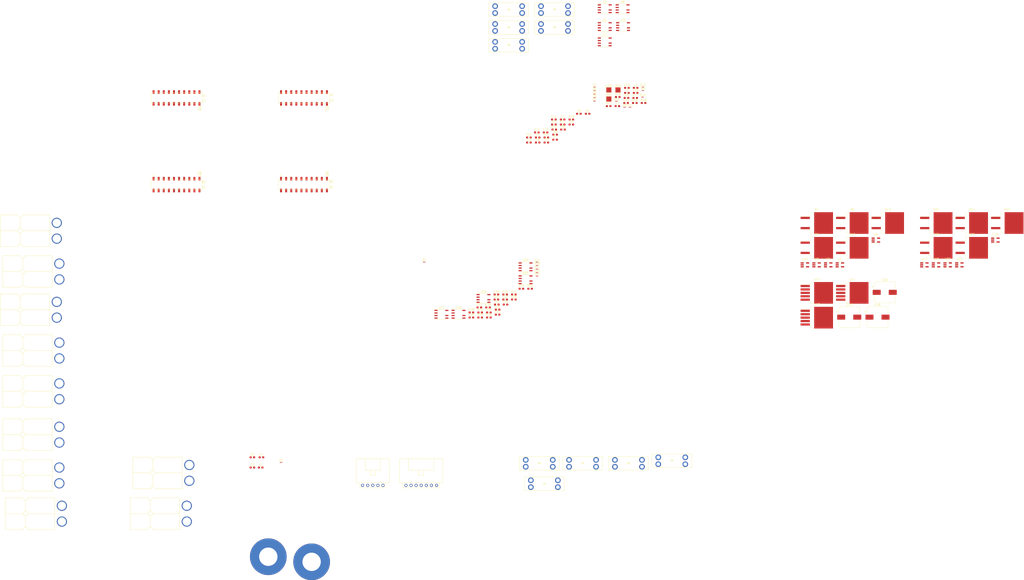
<source format=kicad_pcb>
(kicad_pcb (version 20171130) (host pcbnew "(5.1.6)-1")
  (layers (0 F.Cu signal) (31 B.Cu signal) (34 B.Paste user) (35 F.Paste user) (36 B.SilkS user) (37 F.SilkS user) (38 B.Mask user) (39 F.Mask user) (44 Edge.Cuts user))
  (net 0 "")
  (net 1 GND)
  (net 2 /PV)
  (net 3 "Net-(C5-Pad1)")
  (net 4 "Net-(C6-Pad1)")
  (net 5 "Net-(C7-Pad1)")
  (net 6 "Net-(C8-Pad1)")
  (net 7 "Net-(C9-Pad1)")
  (net 8 "Net-(C10-Pad1)")
  (net 9 "Net-(C11-Pad1)")
  (net 10 "Net-(C12-Pad1)")
  (net 11 "Net-(C13-Pad1)")
  (net 12 "Net-(C14-Pad1)")
  (net 13 +12V)
  (net 14 +5V)
  (net 15 +3V3)
  (net 16 "Net-(C21-Pad1)")
  (net 17 "Net-(C22-Pad1)")
  (net 18 "Net-(C23-Pad1)")
  (net 19 "Net-(C24-Pad1)")
  (net 20 "Net-(C25-Pad1)")
  (net 21 "Net-(C26-Pad1)")
  (net 22 "Net-(C27-Pad1)")
  (net 23 "Net-(C28-Pad1)")
  (net 24 "Net-(C29-Pad1)")
  (net 25 "Net-(C30-Pad1)")
  (net 26 /GimbalSense)
  (net 27 /LowCurrentSense)
  (net 28 /MultimediaSense)
  (net 29 /AuxMountSense)
  (net 30 /DriveSense)
  (net 31 /AuxCTL)
  (net 32 /MultimediaCTL)
  (net 33 /CameraCTL)
  (net 34 /NavBoardCTL)
  (net 35 /GimbalCTL)
  (net 36 /ExtraCTL)
  (net 37 "Net-(D3-Pad2)")
  (net 38 "Net-(D3-Pad1)")
  (net 39 "Net-(D4-Pad2)")
  (net 40 "Net-(D4-Pad1)")
  (net 41 "Net-(D5-Pad2)")
  (net 42 "Net-(D5-Pad1)")
  (net 43 "Net-(D6-Pad2)")
  (net 44 "Net-(D6-Pad1)")
  (net 45 "Net-(D7-Pad2)")
  (net 46 "Net-(D7-Pad1)")
  (net 47 "Net-(D8-Pad1)")
  (net 48 "Net-(D9-Pad1)")
  (net 49 "Net-(D10-Pad1)")
  (net 50 "Net-(D11-Pad1)")
  (net 51 "Net-(D12-Pad1)")
  (net 52 "Net-(D13-Pad1)")
  (net 53 "Net-(D14-Pad2)")
  (net 54 "Net-(D14-Pad1)")
  (net 55 "Net-(D15-Pad2)")
  (net 56 "Net-(D15-Pad1)")
  (net 57 "Net-(D16-Pad2)")
  (net 58 "Net-(D16-Pad1)")
  (net 59 "Net-(D17-Pad2)")
  (net 60 "Net-(D17-Pad1)")
  (net 61 "Net-(D18-Pad2)")
  (net 62 "Net-(D18-Pad1)")
  (net 63 "Net-(R1-Pad1)")
  (net 64 "Net-(R2-Pad1)")
  (net 65 "Net-(R3-Pad1)")
  (net 66 "Net-(R10-Pad1)")
  (net 67 "Net-(R11-Pad1)")
  (net 68 "Net-(R19-Pad1)")
  (net 69 "Net-(R20-Pad1)")
  (net 70 "Net-(R21-Pad1)")
  (net 71 "Net-(R28-Pad1)")
  (net 72 "Net-(R29-Pad1)")
  (net 73 "Net-(Q1-Pad2)")
  (net 74 /Driver_M2)
  (net 75 "Net-(Q2-Pad2)")
  (net 76 /Driver_M3)
  (net 77 "Net-(Q3-Pad2)")
  (net 78 /Driver_M1)
  (net 79 "Net-(Q4-Pad2)")
  (net 80 /Driver_M4)
  (net 81 "Net-(Q5-Pad2)")
  (net 82 /Driver_S1)
  (net 83 "Net-(Q6-Pad2)")
  (net 84 /Driver_T1)
  (net 85 "Net-(Q7-Pad2)")
  (net 86 /Driver_V1)
  (net 87 "Net-(Q8-Pad2)")
  (net 88 /Driver_R1)
  (net 89 "Net-(Q9-Pad2)")
  (net 90 /Driver_D1)
  (net 91 "Net-(Q10-Pad2)")
  (net 92 /Driver_A1)
  (net 93 "Net-(U24-PadPP2)")
  (net 94 /Current_Sensor_A1)
  (net 95 /Current_Sensor_D1)
  (net 96 "Net-(U24-PadRese)")
  (net 97 "Net-(U24-PadPH3)")
  (net 98 "Net-(U24-PadPH2)")
  (net 99 "Net-(U24-PadPM3)")
  (net 100 "Net-(U24-PadPL3)")
  (net 101 "Net-(U24-PadPL2)")
  (net 102 "Net-(U24-PadPL1)")
  (net 103 "Net-(U24-PadPL0)")
  (net 104 "Net-(U24-PadPL5)")
  (net 105 "Net-(U24-PadPL4)")
  (net 106 "Net-(U24-PadPG0)")
  (net 107 "Net-(U24-PadPF3)")
  (net 108 "Net-(U24-PadPF2)")
  (net 109 "Net-(U24-PadPF1)")
  (net 110 /Current_Sensor_T1)
  (net 111 /Current_Sensor_S1)
  (net 112 /Current_Sensor_R1)
  (net 113 "Net-(U24-PadPM5)")
  (net 114 /Current_Sensor_V1)
  (net 115 /Current_Sensor_M4)
  (net 116 /Current_Sensor_M3)
  (net 117 /Current_Sensor_M2)
  (net 118 /Current_Sensor_M1)
  (net 119 "Net-(U24-Pad+5V)")
  (net 120 "Net-(U24-PadPP5)")
  (net 121 "Net-(U24-PadPM7)")
  (net 122 "Net-(U24-PadPK7)")
  (net 123 "Net-(U24-PadPK6)")
  (net 124 "Net-(U24-PadPH1)")
  (net 125 "Net-(U24-PadPH0)")
  (net 126 "Net-(U24-PadPM2)")
  (net 127 "Net-(U24-PadPM1)")
  (net 128 "Net-(U24-PadPM0)")
  (net 129 "Net-(U24-PadPK5)")
  (net 130 "Net-(U24-PadPK4)")
  (net 131 "Net-(U24-PadPG1)")
  (net 132 "Net-(U24-PadPD4)")
  (net 133 "Net-(U24-PadPP1)")
  (net 134 "Net-(U24-PadPP0)")
  (net 135 "Net-(U24-PadPK3)")
  (net 136 "Net-(U24-Pad+5V')")
  (net 137 "Net-(U24-PadPK2)")
  (net 138 "Net-(U24-PadPA7)")
  (net 139 "Net-(U24-PadRese')")
  (net 140 /AuxMountCTL)
  (net 141 "Net-(U24-PadPP3)")
  (net 142 "Net-(U24-PadPQ3)")
  (net 143 "Net-(U24-PadPQ2)")
  (net 144 "Net-(U24-PadPQ1)")
  (net 145 "Net-(U24-PadPM6)")
  (net 146 /DriveCTL)
  (net 147 /Anderson_M2)
  (net 148 /Anderson_M3)
  (net 149 /Anderson_M1)
  (net 150 /Anderson_M4)
  (net 151 /Anderson_S1)
  (net 152 /Anderson_T1)
  (net 153 /Anderson_V1)
  (net 154 /Anderson_R1)
  (net 155 /Anderson_D1)
  (net 156 /Anderson_A1)
  (net 157 /TIVA/DriveCTL)
  (module Package_TO_SOT_SMD:SOT-23-5_HandSoldering (layer F.Cu) (at 420.515 109.84)
    (fp_text reference U23 (at 0 -2.9) (layer F.SilkS))
    (fp_text value INA281)
    (pad 5 smd rect (at 1.35 -0.95) (size 1.56 0.65) (layers F.Cu F.Paste F.Mask) (net 14 +5V))
    (pad 4 smd rect (at 1.35 0.95) (size 1.56 0.65) (layers F.Cu F.Paste F.Mask) (net 156 /Anderson_A1))
    (pad 3 smd rect (at -1.35 0.95) (size 1.56 0.65) (layers F.Cu F.Paste F.Mask) (net 61 "Net-(D18-Pad2)"))
    (pad 2 smd rect (at -1.35 0) (size 1.56 0.65) (layers F.Cu F.Paste F.Mask) (net 1 GND))
    (pad 1 smd rect (at -1.35 -0.95) (size 1.56 0.65) (layers F.Cu F.Paste F.Mask) (net 94 /Current_Sensor_A1))
  )
  (module Package_TO_SOT_SMD:SOT-23-5_HandSoldering (layer F.Cu) (at 414.705 109.84)
    (fp_text reference U22 (at 0 -2.9) (layer F.SilkS))
    (fp_text value INA281)
    (pad 5 smd rect (at 1.35 -0.95) (size 1.56 0.65) (layers F.Cu F.Paste F.Mask) (net 14 +5V))
    (pad 4 smd rect (at 1.35 0.95) (size 1.56 0.65) (layers F.Cu F.Paste F.Mask) (net 155 /Anderson_D1))
    (pad 3 smd rect (at -1.35 0.95) (size 1.56 0.65) (layers F.Cu F.Paste F.Mask) (net 59 "Net-(D17-Pad2)"))
    (pad 2 smd rect (at -1.35 0) (size 1.56 0.65) (layers F.Cu F.Paste F.Mask) (net 1 GND))
    (pad 1 smd rect (at -1.35 -0.95) (size 1.56 0.65) (layers F.Cu F.Paste F.Mask) (net 95 /Current_Sensor_D1))
  )
  (module Package_TO_SOT_SMD:SOT-23-5_HandSoldering (layer F.Cu) (at 438.465 97.49)
    (fp_text reference U19 (at 0 -2.9) (layer F.SilkS))
    (fp_text value INA281)
    (pad 5 smd rect (at 1.35 -0.95) (size 1.56 0.65) (layers F.Cu F.Paste F.Mask) (net 14 +5V))
    (pad 4 smd rect (at 1.35 0.95) (size 1.56 0.65) (layers F.Cu F.Paste F.Mask) (net 154 /Anderson_R1))
    (pad 3 smd rect (at -1.35 0.95) (size 1.56 0.65) (layers F.Cu F.Paste F.Mask) (net 57 "Net-(D16-Pad2)"))
    (pad 2 smd rect (at -1.35 0) (size 1.56 0.65) (layers F.Cu F.Paste F.Mask) (net 1 GND))
    (pad 1 smd rect (at -1.35 -0.95) (size 1.56 0.65) (layers F.Cu F.Paste F.Mask) (net 112 /Current_Sensor_R1))
  )
  (module Package_TO_SOT_SMD:SOT-23-5_HandSoldering (layer F.Cu) (at 408.895 109.84)
    (fp_text reference U18 (at 0 -2.9) (layer F.SilkS))
    (fp_text value INA281)
    (pad 5 smd rect (at 1.35 -0.95) (size 1.56 0.65) (layers F.Cu F.Paste F.Mask) (net 14 +5V))
    (pad 4 smd rect (at 1.35 0.95) (size 1.56 0.65) (layers F.Cu F.Paste F.Mask) (net 153 /Anderson_V1))
    (pad 3 smd rect (at -1.35 0.95) (size 1.56 0.65) (layers F.Cu F.Paste F.Mask) (net 55 "Net-(D15-Pad2)"))
    (pad 2 smd rect (at -1.35 0) (size 1.56 0.65) (layers F.Cu F.Paste F.Mask) (net 1 GND))
    (pad 1 smd rect (at -1.35 -0.95) (size 1.56 0.65) (layers F.Cu F.Paste F.Mask) (net 114 /Current_Sensor_V1))
  )
  (module Package_TO_SOT_SMD:SOT-23-5_HandSoldering (layer F.Cu) (at 403.085 109.84)
    (fp_text reference U17 (at 0 -2.9) (layer F.SilkS))
    (fp_text value INA281)
    (pad 5 smd rect (at 1.35 -0.95) (size 1.56 0.65) (layers F.Cu F.Paste F.Mask) (net 14 +5V))
    (pad 4 smd rect (at 1.35 0.95) (size 1.56 0.65) (layers F.Cu F.Paste F.Mask) (net 152 /Anderson_T1))
    (pad 3 smd rect (at -1.35 0.95) (size 1.56 0.65) (layers F.Cu F.Paste F.Mask) (net 53 "Net-(D14-Pad2)"))
    (pad 2 smd rect (at -1.35 0) (size 1.56 0.65) (layers F.Cu F.Paste F.Mask) (net 1 GND))
    (pad 1 smd rect (at -1.35 -0.95) (size 1.56 0.65) (layers F.Cu F.Paste F.Mask) (net 110 /Current_Sensor_T1))
  )
  (module Package_TO_SOT_SMD:TO-263-5_TabPin6 (layer F.Cu) (at 349.495 123.79)
    (fp_text reference U13 (at 0 -6.65) (layer F.SilkS))
    (fp_text value LM2576SX-3.3/NOPB)
    (pad 6 smd rect (at 3.375 0) (size 9.4 10.8) (layers F.Cu F.Mask) (net 1 GND))
    (pad 5 smd rect (at -5.775 3.4) (size 4.6 1.1) (layers F.Cu F.Paste F.Mask) (net 1 GND))
    (pad 4 smd rect (at -5.775 1.7) (size 4.6 1.1) (layers F.Cu F.Paste F.Mask) (net 15 +3V3))
    (pad 3 smd rect (at -5.775 0) (size 4.6 1.1) (layers F.Cu F.Paste F.Mask) (net 1 GND))
    (pad 2 smd rect (at -5.775 -1.7) (size 4.6 1.1) (layers F.Cu F.Paste F.Mask) (net 49 "Net-(D10-Pad1)"))
    (pad 1 smd rect (at -5.775 -3.4) (size 4.6 1.1) (layers F.Cu F.Paste F.Mask) (net 13 +12V))
  )
  (module Package_TO_SOT_SMD:TO-263-5_TabPin6 (layer F.Cu) (at 349.495 136.14)
    (fp_text reference U12 (at 0 -6.65) (layer F.SilkS))
    (fp_text value LM2576SX-5.0/NOPB)
    (pad 6 smd rect (at 3.375 0) (size 9.4 10.8) (layers F.Cu F.Mask) (net 1 GND))
    (pad 5 smd rect (at -5.775 3.4) (size 4.6 1.1) (layers F.Cu F.Paste F.Mask) (net 1 GND))
    (pad 4 smd rect (at -5.775 1.7) (size 4.6 1.1) (layers F.Cu F.Paste F.Mask) (net 14 +5V))
    (pad 3 smd rect (at -5.775 0) (size 4.6 1.1) (layers F.Cu F.Paste F.Mask) (net 1 GND))
    (pad 2 smd rect (at -5.775 -1.7) (size 4.6 1.1) (layers F.Cu F.Paste F.Mask) (net 48 "Net-(D9-Pad1)"))
    (pad 1 smd rect (at -5.775 -3.4) (size 4.6 1.1) (layers F.Cu F.Paste F.Mask) (net 13 +12V))
  )
  (module Package_TO_SOT_SMD:TO-263-5_TabPin6 (layer F.Cu) (at 367.185 123.79)
    (fp_text reference U11 (at 0 -6.65) (layer F.SilkS))
    (fp_text value LM2576S-12/NOPB)
    (pad 6 smd rect (at 3.375 0) (size 9.4 10.8) (layers F.Cu F.Mask) (net 1 GND))
    (pad 5 smd rect (at -5.775 3.4) (size 4.6 1.1) (layers F.Cu F.Paste F.Mask) (net 1 GND))
    (pad 4 smd rect (at -5.775 1.7) (size 4.6 1.1) (layers F.Cu F.Paste F.Mask) (net 13 +12V))
    (pad 3 smd rect (at -5.775 0) (size 4.6 1.1) (layers F.Cu F.Paste F.Mask) (net 1 GND))
    (pad 2 smd rect (at -5.775 -1.7) (size 4.6 1.1) (layers F.Cu F.Paste F.Mask) (net 47 "Net-(D8-Pad1)"))
    (pad 1 smd rect (at -5.775 -3.4) (size 4.6 1.1) (layers F.Cu F.Paste F.Mask) (net 2 /PV))
  )
  (module Package_TO_SOT_SMD:SOT-23-5_HandSoldering (layer F.Cu) (at 343.555 109.84)
    (fp_text reference U10 (at 0 -2.9) (layer F.SilkS))
    (fp_text value INA281)
    (pad 5 smd rect (at 1.35 -0.95) (size 1.56 0.65) (layers F.Cu F.Paste F.Mask) (net 14 +5V))
    (pad 4 smd rect (at 1.35 0.95) (size 1.56 0.65) (layers F.Cu F.Paste F.Mask) (net 151 /Anderson_S1))
    (pad 3 smd rect (at -1.35 0.95) (size 1.56 0.65) (layers F.Cu F.Paste F.Mask) (net 45 "Net-(D7-Pad2)"))
    (pad 2 smd rect (at -1.35 0) (size 1.56 0.65) (layers F.Cu F.Paste F.Mask) (net 1 GND))
    (pad 1 smd rect (at -1.35 -0.95) (size 1.56 0.65) (layers F.Cu F.Paste F.Mask) (net 111 /Current_Sensor_S1))
  )
  (module Package_TO_SOT_SMD:SOT-23-5_HandSoldering (layer F.Cu) (at 349.365 109.84)
    (fp_text reference U9 (at 0 -2.9) (layer F.SilkS))
    (fp_text value INA281)
    (pad 5 smd rect (at 1.35 -0.95) (size 1.56 0.65) (layers F.Cu F.Paste F.Mask) (net 14 +5V))
    (pad 4 smd rect (at 1.35 0.95) (size 1.56 0.65) (layers F.Cu F.Paste F.Mask) (net 150 /Anderson_M4))
    (pad 3 smd rect (at -1.35 0.95) (size 1.56 0.65) (layers F.Cu F.Paste F.Mask) (net 43 "Net-(D6-Pad2)"))
    (pad 2 smd rect (at -1.35 0) (size 1.56 0.65) (layers F.Cu F.Paste F.Mask) (net 1 GND))
    (pad 1 smd rect (at -1.35 -0.95) (size 1.56 0.65) (layers F.Cu F.Paste F.Mask) (net 115 /Current_Sensor_M4))
  )
  (module Package_TO_SOT_SMD:SOT-23-5_HandSoldering (layer F.Cu) (at 378.935 97.49)
    (fp_text reference U6 (at 0 -2.9) (layer F.SilkS))
    (fp_text value INA281)
    (pad 5 smd rect (at 1.35 -0.95) (size 1.56 0.65) (layers F.Cu F.Paste F.Mask) (net 14 +5V))
    (pad 4 smd rect (at 1.35 0.95) (size 1.56 0.65) (layers F.Cu F.Paste F.Mask) (net 149 /Anderson_M1))
    (pad 3 smd rect (at -1.35 0.95) (size 1.56 0.65) (layers F.Cu F.Paste F.Mask) (net 41 "Net-(D5-Pad2)"))
    (pad 2 smd rect (at -1.35 0) (size 1.56 0.65) (layers F.Cu F.Paste F.Mask) (net 1 GND))
    (pad 1 smd rect (at -1.35 -0.95) (size 1.56 0.65) (layers F.Cu F.Paste F.Mask) (net 118 /Current_Sensor_M1))
  )
  (module Package_TO_SOT_SMD:SOT-23-5_HandSoldering (layer F.Cu) (at 355.175 109.84)
    (fp_text reference U5 (at 0 -2.9) (layer F.SilkS))
    (fp_text value INA281)
    (pad 5 smd rect (at 1.35 -0.95) (size 1.56 0.65) (layers F.Cu F.Paste F.Mask) (net 14 +5V))
    (pad 4 smd rect (at 1.35 0.95) (size 1.56 0.65) (layers F.Cu F.Paste F.Mask) (net 148 /Anderson_M3))
    (pad 3 smd rect (at -1.35 0.95) (size 1.56 0.65) (layers F.Cu F.Paste F.Mask) (net 39 "Net-(D4-Pad2)"))
    (pad 2 smd rect (at -1.35 0) (size 1.56 0.65) (layers F.Cu F.Paste F.Mask) (net 1 GND))
    (pad 1 smd rect (at -1.35 -0.95) (size 1.56 0.65) (layers F.Cu F.Paste F.Mask) (net 116 /Current_Sensor_M3))
  )
  (module Package_TO_SOT_SMD:SOT-23-5_HandSoldering (layer F.Cu) (at 360.985 109.84)
    (fp_text reference U4 (at 0 -2.9) (layer F.SilkS))
    (fp_text value INA281)
    (pad 5 smd rect (at 1.35 -0.95) (size 1.56 0.65) (layers F.Cu F.Paste F.Mask) (net 14 +5V))
    (pad 4 smd rect (at 1.35 0.95) (size 1.56 0.65) (layers F.Cu F.Paste F.Mask) (net 147 /Anderson_M2))
    (pad 3 smd rect (at -1.35 0.95) (size 1.56 0.65) (layers F.Cu F.Paste F.Mask) (net 37 "Net-(D3-Pad2)"))
    (pad 2 smd rect (at -1.35 0) (size 1.56 0.65) (layers F.Cu F.Paste F.Mask) (net 1 GND))
    (pad 1 smd rect (at -1.35 -0.95) (size 1.56 0.65) (layers F.Cu F.Paste F.Mask) (net 117 /Current_Sensor_M2))
  )
  (module Package_TO_SOT_SMD:TO-263-2 (layer F.Cu) (at 409.025 88.99)
    (fp_text reference R31 (at 0 -6.65) (layer F.SilkS))
    (fp_text value 0.05)
    (pad 2 smd rect (at 3.375 0) (size 9.4 10.8) (layers F.Cu F.Mask) (net 156 /Anderson_A1))
    (pad 3 smd rect (at -5.775 2.54) (size 4.6 1.1) (layers F.Cu F.Paste F.Mask))
    (pad 1 smd rect (at -5.775 -2.54) (size 4.6 1.1) (layers F.Cu F.Paste F.Mask) (net 61 "Net-(D18-Pad2)"))
  )
  (module Package_TO_SOT_SMD:TO-263-2 (layer F.Cu) (at 409.025 101.34)
    (fp_text reference R30 (at 0 -6.65) (layer F.SilkS))
    (fp_text value 0.05)
    (pad 2 smd rect (at 3.375 0) (size 9.4 10.8) (layers F.Cu F.Mask) (net 155 /Anderson_D1))
    (pad 3 smd rect (at -5.775 2.54) (size 4.6 1.1) (layers F.Cu F.Paste F.Mask))
    (pad 1 smd rect (at -5.775 -2.54) (size 4.6 1.1) (layers F.Cu F.Paste F.Mask) (net 59 "Net-(D17-Pad2)"))
  )
  (module Package_TO_SOT_SMD:TO-263-2 (layer F.Cu) (at 426.715 88.99)
    (fp_text reference R24 (at 0 -6.65) (layer F.SilkS))
    (fp_text value 0.05)
    (pad 2 smd rect (at 3.375 0) (size 9.4 10.8) (layers F.Cu F.Mask) (net 154 /Anderson_R1))
    (pad 3 smd rect (at -5.775 2.54) (size 4.6 1.1) (layers F.Cu F.Paste F.Mask))
    (pad 1 smd rect (at -5.775 -2.54) (size 4.6 1.1) (layers F.Cu F.Paste F.Mask) (net 57 "Net-(D16-Pad2)"))
  )
  (module Package_TO_SOT_SMD:TO-263-2 (layer F.Cu) (at 426.715 101.34)
    (fp_text reference R23 (at 0 -6.65) (layer F.SilkS))
    (fp_text value 0.05)
    (pad 2 smd rect (at 3.375 0) (size 9.4 10.8) (layers F.Cu F.Mask) (net 153 /Anderson_V1))
    (pad 3 smd rect (at -5.775 2.54) (size 4.6 1.1) (layers F.Cu F.Paste F.Mask))
    (pad 1 smd rect (at -5.775 -2.54) (size 4.6 1.1) (layers F.Cu F.Paste F.Mask) (net 55 "Net-(D15-Pad2)"))
  )
  (module Package_TO_SOT_SMD:TO-263-2 (layer F.Cu) (at 444.405 88.99)
    (fp_text reference R22 (at 0 -6.65) (layer F.SilkS))
    (fp_text value 0.05)
    (pad 2 smd rect (at 3.375 0) (size 9.4 10.8) (layers F.Cu F.Mask) (net 152 /Anderson_T1))
    (pad 3 smd rect (at -5.775 2.54) (size 4.6 1.1) (layers F.Cu F.Paste F.Mask))
    (pad 1 smd rect (at -5.775 -2.54) (size 4.6 1.1) (layers F.Cu F.Paste F.Mask) (net 53 "Net-(D14-Pad2)"))
  )
  (module Package_TO_SOT_SMD:TO-263-2 (layer F.Cu) (at 384.875 88.99)
    (fp_text reference R13 (at 0 -6.65) (layer F.SilkS))
    (fp_text value 0.05)
    (pad 2 smd rect (at 3.375 0) (size 9.4 10.8) (layers F.Cu F.Mask) (net 151 /Anderson_S1))
    (pad 3 smd rect (at -5.775 2.54) (size 4.6 1.1) (layers F.Cu F.Paste F.Mask))
    (pad 1 smd rect (at -5.775 -2.54) (size 4.6 1.1) (layers F.Cu F.Paste F.Mask) (net 45 "Net-(D7-Pad2)"))
  )
  (module Package_TO_SOT_SMD:TO-263-2 (layer F.Cu) (at 367.185 101.34)
    (fp_text reference R12 (at 0 -6.65) (layer F.SilkS))
    (fp_text value 0.05)
    (pad 2 smd rect (at 3.375 0) (size 9.4 10.8) (layers F.Cu F.Mask) (net 150 /Anderson_M4))
    (pad 3 smd rect (at -5.775 2.54) (size 4.6 1.1) (layers F.Cu F.Paste F.Mask))
    (pad 1 smd rect (at -5.775 -2.54) (size 4.6 1.1) (layers F.Cu F.Paste F.Mask) (net 43 "Net-(D6-Pad2)"))
  )
  (module Package_TO_SOT_SMD:TO-263-2 (layer F.Cu) (at 367.185 88.99)
    (fp_text reference R6 (at 0 -6.65) (layer F.SilkS))
    (fp_text value 0.05)
    (pad 2 smd rect (at 3.375 0) (size 9.4 10.8) (layers F.Cu F.Mask) (net 149 /Anderson_M1))
    (pad 3 smd rect (at -5.775 2.54) (size 4.6 1.1) (layers F.Cu F.Paste F.Mask))
    (pad 1 smd rect (at -5.775 -2.54) (size 4.6 1.1) (layers F.Cu F.Paste F.Mask) (net 41 "Net-(D5-Pad2)"))
  )
  (module Package_TO_SOT_SMD:TO-263-2 (layer F.Cu) (at 349.495 101.34)
    (fp_text reference R5 (at 0 -6.65) (layer F.SilkS))
    (fp_text value 0.05)
    (pad 2 smd rect (at 3.375 0) (size 9.4 10.8) (layers F.Cu F.Mask) (net 148 /Anderson_M3))
    (pad 3 smd rect (at -5.775 2.54) (size 4.6 1.1) (layers F.Cu F.Paste F.Mask))
    (pad 1 smd rect (at -5.775 -2.54) (size 4.6 1.1) (layers F.Cu F.Paste F.Mask) (net 39 "Net-(D4-Pad2)"))
  )
  (module Package_TO_SOT_SMD:TO-263-2 (layer F.Cu) (at 349.495 88.99)
    (fp_text reference R4 (at 0 -6.65) (layer F.SilkS))
    (fp_text value 0.05)
    (pad 2 smd rect (at 3.375 0) (size 9.4 10.8) (layers F.Cu F.Mask) (net 147 /Anderson_M2))
    (pad 3 smd rect (at -5.775 2.54) (size 4.6 1.1) (layers F.Cu F.Paste F.Mask))
    (pad 1 smd rect (at -5.775 -2.54) (size 4.6 1.1) (layers F.Cu F.Paste F.Mask) (net 37 "Net-(D3-Pad2)"))
  )
  (module Capacitor_SMD:CP_Elec_10x10 (layer F.Cu) (at 383.34 123.54)
    (fp_text reference C20 (at 0 -6.2) (layer F.SilkS))
    (fp_text value 1000uF)
    (pad 2 smd roundrect (at 4 0) (size 4 2.5) (layers F.Cu F.Paste F.Mask) (roundrect_rratio 0.1) (net 1 GND))
    (pad 1 smd roundrect (at -4 0) (size 4 2.5) (layers F.Cu F.Paste F.Mask) (roundrect_rratio 0.1) (net 15 +3V3))
  )
  (module Capacitor_SMD:CP_Elec_10x10 (layer F.Cu) (at 365.65 135.89)
    (fp_text reference C19 (at 0 -6.2) (layer F.SilkS))
    (fp_text value 1000uF)
    (pad 2 smd roundrect (at 4 0) (size 4 2.5) (layers F.Cu F.Paste F.Mask) (roundrect_rratio 0.1) (net 1 GND))
    (pad 1 smd roundrect (at -4 0) (size 4 2.5) (layers F.Cu F.Paste F.Mask) (roundrect_rratio 0.1) (net 14 +5V))
  )
  (module Capacitor_SMD:CP_Elec_10x10 (layer F.Cu) (at 379.73 135.89)
    (fp_text reference C18 (at 0 -6.2) (layer F.SilkS))
    (fp_text value 1000uF)
    (pad 2 smd roundrect (at 4 0) (size 4 2.5) (layers F.Cu F.Paste F.Mask) (roundrect_rratio 0.1) (net 1 GND))
    (pad 1 smd roundrect (at -4 0) (size 4 2.5) (layers F.Cu F.Paste F.Mask) (roundrect_rratio 0.1) (net 13 +12V))
  )
  (module MRDT_Drill_Holes:BATT_PWR_VIA (layer F.Cu) (at 97.79 257.81)
    (fp_text reference V1 hide)
    (fp_text value BATT_PWR_VIA hide)
    (pad 1 thru_hole circle (at 0 0) (size 18.288 18.288) (drill 9.144) (layers *.Cu *.Mask) (net 2 /PV))
  )
  (module MRDT_Shields:TM4C129E_Launchpad_FULL_SMD_TOP (layer F.Cu) (at 17.78 72.39)
    (fp_text reference U24 hide)
    (fp_text value TM4C129E_Launchpad hide)
    (fp_text user A2 (at 89.916 -1.27 180) (layer F.SilkS))
    (fp_text user B2 (at 89.916 -4.064 180) (layer F.SilkS))
    (fp_text user A1 (at 26.416 -1.27 180) (layer F.SilkS))
    (fp_text user B1 (at 26.416 -3.81 180) (layer F.SilkS))
    (fp_text user D2 (at 89.916 -47.244) (layer F.SilkS))
    (fp_text user C2 (at 89.916 -44.45 180) (layer F.SilkS))
    (fp_text user D1 (at 26.416 -46.736 180) (layer F.SilkS))
    (fp_text user C1 (at 26.416 -44.45 180) (layer F.SilkS))
    (fp_text user X6 (at 87.63 -8.382) (layer F.SilkS))
    (fp_text user X7 (at 87.63 -39.624 180) (layer F.SilkS))
    (fp_text user X8 (at 24.13 -8.382 180) (layer F.SilkS))
    (fp_text user X9 (at 24.13 -39.878 180) (layer F.SilkS))
    (fp_text user 1 (at 64.77 -7.112 180) (layer F.SilkS))
    (fp_text user 10 (at 87.63 -7.112 180) (layer F.SilkS))
    (fp_text user 10 (at 87.63 -41.148 180) (layer F.SilkS))
    (fp_text user 1 (at 64.77 -41.148 180) (layer F.SilkS))
    (fp_text user 10 (at 24.13 -7.112 180) (layer F.SilkS))
    (fp_text user 1 (at 1.27 -7.112 180) (layer F.SilkS))
    (fp_text user 10 (at 24.13 -41.148 180) (layer F.SilkS))
    (fp_text user 1 (at 1.27 -41.148 180) (layer F.SilkS))
    (pad PP2 smd rect (at 24.13 -48.6664 180) (size 0.9906 1.778) (layers F.Cu F.Paste F.Mask) (net 93 "Net-(U24-PadPP2)"))
    (pad PN3 smd rect (at 21.59 -48.6664 180) (size 0.9906 1.778) (layers F.Cu F.Paste F.Mask) (net 92 /Driver_A1))
    (pad PN2 smd rect (at 19.05 -48.6664 180) (size 0.9906 1.778) (layers F.Cu F.Paste F.Mask) (net 90 /Driver_D1))
    (pad PD0 smd rect (at 16.51 -48.6664 180) (size 0.9906 1.778) (layers F.Cu F.Paste F.Mask) (net 94 /Current_Sensor_A1))
    (pad PD1 smd rect (at 13.97 -48.6664 180) (size 0.9906 1.778) (layers F.Cu F.Paste F.Mask) (net 95 /Current_Sensor_D1))
    (pad Rese smd rect (at 11.43 -48.6664 180) (size 0.9906 1.778) (layers F.Cu F.Paste F.Mask) (net 96 "Net-(U24-PadRese)"))
    (pad PH3 smd rect (at 8.89 -48.6664 180) (size 0.9906 1.778) (layers F.Cu F.Paste F.Mask) (net 97 "Net-(U24-PadPH3)"))
    (pad PH2 smd rect (at 6.35 -48.6664 180) (size 0.9906 1.778) (layers F.Cu F.Paste F.Mask) (net 98 "Net-(U24-PadPH2)"))
    (pad PM3 smd rect (at 3.81 -48.6664 180) (size 0.9906 1.778) (layers F.Cu F.Paste F.Mask) (net 99 "Net-(U24-PadPM3)"))
    (pad GND smd rect (at 1.27 -48.6664 180) (size 0.9906 1.778) (layers F.Cu F.Paste F.Mask) (net 1 GND))
    (pad PL3 smd rect (at 24.13 -42.7736 180) (size 0.9906 1.778) (layers F.Cu F.Paste F.Mask) (net 100 "Net-(U24-PadPL3)"))
    (pad PL2 smd rect (at 21.59 -42.7736 180) (size 0.9906 1.778) (layers F.Cu F.Paste F.Mask) (net 101 "Net-(U24-PadPL2)"))
    (pad PL1 smd rect (at 19.05 -42.7736 180) (size 0.9906 1.778) (layers F.Cu F.Paste F.Mask) (net 102 "Net-(U24-PadPL1)"))
    (pad PL0 smd rect (at 16.51 -42.7736 180) (size 0.9906 1.778) (layers F.Cu F.Paste F.Mask) (net 103 "Net-(U24-PadPL0)"))
    (pad PL5 smd rect (at 13.97 -42.7736 180) (size 0.9906 1.778) (layers F.Cu F.Paste F.Mask) (net 104 "Net-(U24-PadPL5)"))
    (pad PL4 smd rect (at 11.43 -42.7736 180) (size 0.9906 1.778) (layers F.Cu F.Paste F.Mask) (net 105 "Net-(U24-PadPL4)"))
    (pad PG0 smd rect (at 8.89 -42.7736 180) (size 0.9906 1.778) (layers F.Cu F.Paste F.Mask) (net 106 "Net-(U24-PadPG0)"))
    (pad PF3 smd rect (at 6.35 -42.7736 180) (size 0.9906 1.778) (layers F.Cu F.Paste F.Mask) (net 107 "Net-(U24-PadPF3)"))
    (pad PF2 smd rect (at 3.81 -42.7736 180) (size 0.9906 1.778) (layers F.Cu F.Paste F.Mask) (net 108 "Net-(U24-PadPF2)"))
    (pad PF1 smd rect (at 1.27 -42.7736 180) (size 0.9906 1.778) (layers F.Cu F.Paste F.Mask) (net 109 "Net-(U24-PadPF1)"))
    (pad PB3 smd rect (at 24.13 0.4064 180) (size 0.9906 1.778) (layers F.Cu F.Paste F.Mask) (net 88 /Driver_R1))
    (pad PB2 smd rect (at 21.59 0.4064 180) (size 0.9906 1.778) (layers F.Cu F.Paste F.Mask) (net 86 /Driver_V1))
    (pad PC7 smd rect (at 19.05 0.4064 180) (size 0.9906 1.778) (layers F.Cu F.Paste F.Mask) (net 80 /Driver_M4))
    (pad PD3 smd rect (at 16.51 0.4064 180) (size 0.9906 1.778) (layers F.Cu F.Paste F.Mask) (net 110 /Current_Sensor_T1))
    (pad PE5 smd rect (at 13.97 0.4064 180) (size 0.9906 1.778) (layers F.Cu F.Paste F.Mask) (net 111 /Current_Sensor_S1))
    (pad PC6 smd rect (at 11.43 0.4064 180) (size 0.9906 1.778) (layers F.Cu F.Paste F.Mask) (net 76 /Driver_M3))
    (pad PC5 smd rect (at 8.89 0.4064 180) (size 0.9906 1.778) (layers F.Cu F.Paste F.Mask) (net 74 /Driver_M2))
    (pad PC4 smd rect (at 6.35 0.4064 180) (size 0.9906 1.778) (layers F.Cu F.Paste F.Mask) (net 78 /Driver_M1))
    (pad PE4 smd rect (at 3.81 0.4064 180) (size 0.9906 1.778) (layers F.Cu F.Paste F.Mask) (net 112 /Current_Sensor_R1))
    (pad +3V3 smd rect (at 1.27 0.4064 180) (size 0.9906 1.778) (layers F.Cu F.Paste F.Mask) (net 15 +3V3))
    (pad PM5 smd rect (at 24.13 -5.4864 180) (size 0.9906 1.778) (layers F.Cu F.Paste F.Mask) (net 113 "Net-(U24-PadPM5)"))
    (pad PM4 smd rect (at 21.59 -5.4864 180) (size 0.9906 1.778) (layers F.Cu F.Paste F.Mask) (net 84 /Driver_T1))
    (pad PA6 smd rect (at 19.05 -5.4864 180) (size 0.9906 1.778) (layers F.Cu F.Paste F.Mask) (net 82 /Driver_S1))
    (pad PD7 smd rect (at 16.51 -5.4864 180) (size 0.9906 1.778) (layers F.Cu F.Paste F.Mask) (net 114 /Current_Sensor_V1))
    (pad PE3 smd rect (at 13.97 -5.4864 180) (size 0.9906 1.778) (layers F.Cu F.Paste F.Mask) (net 115 /Current_Sensor_M4))
    (pad PE2 smd rect (at 11.43 -5.4864 180) (size 0.9906 1.778) (layers F.Cu F.Paste F.Mask) (net 116 /Current_Sensor_M3))
    (pad PE1 smd rect (at 8.89 -5.4864 180) (size 0.9906 1.778) (layers F.Cu F.Paste F.Mask) (net 117 /Current_Sensor_M2))
    (pad PE0 smd rect (at 6.35 -5.4864 180) (size 0.9906 1.778) (layers F.Cu F.Paste F.Mask) (net 118 /Current_Sensor_M1))
    (pad GND smd rect (at 3.81 -5.4864 180) (size 0.9906 1.778) (layers F.Cu F.Paste F.Mask) (net 1 GND))
    (pad +5V smd rect (at 1.27 -5.4864 180) (size 0.9906 1.778) (layers F.Cu F.Paste F.Mask) (net 119 "Net-(U24-Pad+5V)"))
    (pad PP5 smd rect (at 69.85 -48.6664 180) (size 0.9906 1.778) (layers F.Cu F.Paste F.Mask) (net 120 "Net-(U24-PadPP5)"))
    (pad PM7 smd rect (at 67.31 -48.6664 180) (size 0.9906 1.778) (layers F.Cu F.Paste F.Mask) (net 121 "Net-(U24-PadPM7)"))
    (pad GND smd rect (at 64.77 -48.6664 180) (size 0.9906 1.778) (layers F.Cu F.Paste F.Mask) (net 1 GND))
    (pad PK7 smd rect (at 87.63 -42.7736 180) (size 0.9906 1.778) (layers F.Cu F.Paste F.Mask) (net 122 "Net-(U24-PadPK7)"))
    (pad PK6 smd rect (at 85.09 -42.7736 180) (size 0.9906 1.778) (layers F.Cu F.Paste F.Mask) (net 123 "Net-(U24-PadPK6)"))
    (pad PH1 smd rect (at 82.55 -42.7736 180) (size 0.9906 1.778) (layers F.Cu F.Paste F.Mask) (net 124 "Net-(U24-PadPH1)"))
    (pad PH0 smd rect (at 80.01 -42.7736 180) (size 0.9906 1.778) (layers F.Cu F.Paste F.Mask) (net 125 "Net-(U24-PadPH0)"))
    (pad PM2 smd rect (at 77.47 -42.7736 180) (size 0.9906 1.778) (layers F.Cu F.Paste F.Mask) (net 126 "Net-(U24-PadPM2)"))
    (pad PM1 smd rect (at 74.93 -42.7736 180) (size 0.9906 1.778) (layers F.Cu F.Paste F.Mask) (net 127 "Net-(U24-PadPM1)"))
    (pad PM0 smd rect (at 72.39 -42.7736 180) (size 0.9906 1.778) (layers F.Cu F.Paste F.Mask) (net 128 "Net-(U24-PadPM0)"))
    (pad PK5 smd rect (at 69.85 -42.7736 180) (size 0.9906 1.778) (layers F.Cu F.Paste F.Mask) (net 129 "Net-(U24-PadPK5)"))
    (pad PK4 smd rect (at 67.31 -42.7736 180) (size 0.9906 1.778) (layers F.Cu F.Paste F.Mask) (net 130 "Net-(U24-PadPK4)"))
    (pad PG1 smd rect (at 64.77 -42.7736 180) (size 0.9906 1.778) (layers F.Cu F.Paste F.Mask) (net 131 "Net-(U24-PadPG1)"))
    (pad PN4 smd rect (at 87.63 0.4064 180) (size 0.9906 1.778) (layers F.Cu F.Paste F.Mask) (net 35 /GimbalCTL))
    (pad PP4 smd rect (at 82.55 0.4064 180) (size 0.9906 1.778) (layers F.Cu F.Paste F.Mask) (net 34 /NavBoardCTL))
    (pad PD5 smd rect (at 77.47 0.4064 180) (size 0.9906 1.778) (layers F.Cu F.Paste F.Mask) (net 157 /TIVA/DriveCTL))
    (pad PD4 smd rect (at 74.93 0.4064 180) (size 0.9906 1.778) (layers F.Cu F.Paste F.Mask) (net 132 "Net-(U24-PadPD4)"))
    (pad PP1 smd rect (at 72.39 0.4064 180) (size 0.9906 1.778) (layers F.Cu F.Paste F.Mask) (net 133 "Net-(U24-PadPP1)"))
    (pad PP0 smd rect (at 69.85 0.4064 180) (size 0.9906 1.778) (layers F.Cu F.Paste F.Mask) (net 134 "Net-(U24-PadPP0)"))
    (pad PD2 smd rect (at 67.31 0.4064 180) (size 0.9906 1.778) (layers F.Cu F.Paste F.Mask) (net 26 /GimbalSense))
    (pad PA5 smd rect (at 87.63 -5.4864 180) (size 0.9906 1.778) (layers F.Cu F.Paste F.Mask) (net 32 /MultimediaCTL))
    (pad PK3 smd rect (at 82.55 -5.4864 180) (size 0.9906 1.778) (layers F.Cu F.Paste F.Mask) (net 135 "Net-(U24-PadPK3)"))
    (pad PB5 smd rect (at 72.39 -5.4864 180) (size 0.9906 1.778) (layers F.Cu F.Paste F.Mask) (net 28 /MultimediaSense))
    (pad PB4 smd rect (at 69.85 -5.4864 180) (size 0.9906 1.778) (layers F.Cu F.Paste F.Mask) (net 29 /AuxMountSense))
    (pad GND smd rect (at 67.31 -5.4864 180) (size 0.9906 1.778) (layers F.Cu F.Paste F.Mask) (net 1 GND))
    (pad +5V' smd rect (at 64.77 -5.4864 180) (size 0.9906 1.778) (layers F.Cu F.Paste F.Mask) (net 136 "Net-(U24-Pad+5V')"))
    (pad PK1 smd rect (at 77.47 -5.4864 180) (size 0.9906 1.778) (layers F.Cu F.Paste F.Mask) (net 30 /DriveSense))
    (pad PK2 smd rect (at 80.01 -5.4864 180) (size 0.9906 1.778) (layers F.Cu F.Paste F.Mask) (net 137 "Net-(U24-PadPK2)"))
    (pad PN5 smd rect (at 85.09 0.4064 180) (size 0.9906 1.778) (layers F.Cu F.Paste F.Mask) (net 36 /ExtraCTL))
    (pad PA7 smd rect (at 72.39 -48.6664 180) (size 0.9906 1.778) (layers F.Cu F.Paste F.Mask) (net 138 "Net-(U24-PadPA7)"))
    (pad Rese' smd rect (at 74.93 -48.6664 180) (size 0.9906 1.778) (layers F.Cu F.Paste F.Mask) (net 139 "Net-(U24-PadRese')"))
    (pad PA4 smd rect (at 85.09 -5.4864 180) (size 0.9906 1.778) (layers F.Cu F.Paste F.Mask) (net 140 /AuxMountCTL))
    (pad PQ0 smd rect (at 80.01 0.4064 180) (size 0.9906 1.778) (layers F.Cu F.Paste F.Mask) (net 33 /CameraCTL))
    (pad PP3 smd rect (at 82.55 -48.6664 180) (size 0.9906 1.778) (layers F.Cu F.Paste F.Mask) (net 141 "Net-(U24-PadPP3)"))
    (pad PQ3 smd rect (at 80.01 -48.6664 180) (size 0.9906 1.778) (layers F.Cu F.Paste F.Mask) (net 142 "Net-(U24-PadPQ3)"))
    (pad PK0 smd rect (at 74.93 -5.4864 180) (size 0.9906 1.778) (layers F.Cu F.Paste F.Mask) (net 27 /LowCurrentSense))
    (pad PQ2 smd rect (at 77.47 -48.6664 180) (size 0.9906 1.778) (layers F.Cu F.Paste F.Mask) (net 143 "Net-(U24-PadPQ2)"))
    (pad PQ1 smd rect (at 85.09 -48.6664 180) (size 0.9906 1.778) (layers F.Cu F.Paste F.Mask) (net 144 "Net-(U24-PadPQ1)"))
    (pad PM6 smd rect (at 87.63 -48.6664 180) (size 0.9906 1.778) (layers F.Cu F.Paste F.Mask) (net 145 "Net-(U24-PadPM6)"))
    (pad +3V3' smd rect (at 64.77 0.4064 180) (size 0.9906 1.778) (layers F.Cu F.Paste F.Mask) (net 15 +3V3))
  )
  (module Package_SO:SOIC-8-N7_3.9x4.9mm_P1.27mm (layer F.Cu) (at 162.46 134.45)
    (fp_text reference U21 (at 0 -3.5) (layer F.SilkS))
    (fp_text value LT1910)
    (pad 8 smd rect (at 2.7 -1.905) (size 1.55 0.6) (layers F.Cu F.Paste F.Mask) (net 25 "Net-(C30-Pad1)"))
    (pad 6 smd rect (at 2.7 0.635) (size 1.55 0.6) (layers F.Cu F.Paste F.Mask) (net 25 "Net-(C30-Pad1)"))
    (pad 5 smd rect (at 2.7 1.905) (size 1.55 0.6) (layers F.Cu F.Paste F.Mask) (net 91 "Net-(Q10-Pad2)"))
    (pad 4 smd rect (at -2.7 1.905) (size 1.55 0.6) (layers F.Cu F.Paste F.Mask) (net 92 /Driver_A1))
    (pad 3 smd rect (at -2.7 0.635) (size 1.55 0.6) (layers F.Cu F.Paste F.Mask) (net 72 "Net-(R29-Pad1)"))
    (pad 2 smd rect (at -2.7 -0.635) (size 1.55 0.6) (layers F.Cu F.Paste F.Mask) (net 23 "Net-(C28-Pad1)"))
    (pad 1 smd rect (at -2.7 -1.905) (size 1.55 0.6) (layers F.Cu F.Paste F.Mask) (net 1 GND))
  )
  (module Package_SO:SOIC-8-N7_3.9x4.9mm_P1.27mm (layer F.Cu) (at 204.38 110.81)
    (fp_text reference U20 (at 0 -3.5) (layer F.SilkS))
    (fp_text value LT1910)
    (pad 8 smd rect (at 2.7 -1.905) (size 1.55 0.6) (layers F.Cu F.Paste F.Mask) (net 24 "Net-(C29-Pad1)"))
    (pad 6 smd rect (at 2.7 0.635) (size 1.55 0.6) (layers F.Cu F.Paste F.Mask) (net 24 "Net-(C29-Pad1)"))
    (pad 5 smd rect (at 2.7 1.905) (size 1.55 0.6) (layers F.Cu F.Paste F.Mask) (net 89 "Net-(Q9-Pad2)"))
    (pad 4 smd rect (at -2.7 1.905) (size 1.55 0.6) (layers F.Cu F.Paste F.Mask) (net 90 /Driver_D1))
    (pad 3 smd rect (at -2.7 0.635) (size 1.55 0.6) (layers F.Cu F.Paste F.Mask) (net 71 "Net-(R28-Pad1)"))
    (pad 2 smd rect (at -2.7 -0.635) (size 1.55 0.6) (layers F.Cu F.Paste F.Mask) (net 22 "Net-(C27-Pad1)"))
    (pad 1 smd rect (at -2.7 -1.905) (size 1.55 0.6) (layers F.Cu F.Paste F.Mask) (net 1 GND))
  )
  (module Package_SO:SOIC-8-N7_3.9x4.9mm_P1.27mm (layer F.Cu) (at 170.97 134.45)
    (fp_text reference U16 (at 0 -3.5) (layer F.SilkS))
    (fp_text value LT1910)
    (pad 8 smd rect (at 2.7 -1.905) (size 1.55 0.6) (layers F.Cu F.Paste F.Mask) (net 21 "Net-(C26-Pad1)"))
    (pad 6 smd rect (at 2.7 0.635) (size 1.55 0.6) (layers F.Cu F.Paste F.Mask) (net 21 "Net-(C26-Pad1)"))
    (pad 5 smd rect (at 2.7 1.905) (size 1.55 0.6) (layers F.Cu F.Paste F.Mask) (net 87 "Net-(Q8-Pad2)"))
    (pad 4 smd rect (at -2.7 1.905) (size 1.55 0.6) (layers F.Cu F.Paste F.Mask) (net 88 /Driver_R1))
    (pad 3 smd rect (at -2.7 0.635) (size 1.55 0.6) (layers F.Cu F.Paste F.Mask) (net 70 "Net-(R21-Pad1)"))
    (pad 2 smd rect (at -2.7 -0.635) (size 1.55 0.6) (layers F.Cu F.Paste F.Mask) (net 18 "Net-(C23-Pad1)"))
    (pad 1 smd rect (at -2.7 -1.905) (size 1.55 0.6) (layers F.Cu F.Paste F.Mask) (net 1 GND))
  )
  (module Package_SO:SOIC-8-N7_3.9x4.9mm_P1.27mm (layer F.Cu) (at 183.42 126.57)
    (fp_text reference U15 (at 0 -3.5) (layer F.SilkS))
    (fp_text value LT1910)
    (pad 8 smd rect (at 2.7 -1.905) (size 1.55 0.6) (layers F.Cu F.Paste F.Mask) (net 20 "Net-(C25-Pad1)"))
    (pad 6 smd rect (at 2.7 0.635) (size 1.55 0.6) (layers F.Cu F.Paste F.Mask) (net 20 "Net-(C25-Pad1)"))
    (pad 5 smd rect (at 2.7 1.905) (size 1.55 0.6) (layers F.Cu F.Paste F.Mask) (net 85 "Net-(Q7-Pad2)"))
    (pad 4 smd rect (at -2.7 1.905) (size 1.55 0.6) (layers F.Cu F.Paste F.Mask) (net 86 /Driver_V1))
    (pad 3 smd rect (at -2.7 0.635) (size 1.55 0.6) (layers F.Cu F.Paste F.Mask) (net 69 "Net-(R20-Pad1)"))
    (pad 2 smd rect (at -2.7 -0.635) (size 1.55 0.6) (layers F.Cu F.Paste F.Mask) (net 17 "Net-(C22-Pad1)"))
    (pad 1 smd rect (at -2.7 -1.905) (size 1.55 0.6) (layers F.Cu F.Paste F.Mask) (net 1 GND))
  )
  (module Package_SO:SOIC-8-N7_3.9x4.9mm_P1.27mm (layer F.Cu) (at 204.38 117.26)
    (fp_text reference U14 (at 0 -3.5) (layer F.SilkS))
    (fp_text value LT1910)
    (pad 8 smd rect (at 2.7 -1.905) (size 1.55 0.6) (layers F.Cu F.Paste F.Mask) (net 19 "Net-(C24-Pad1)"))
    (pad 6 smd rect (at 2.7 0.635) (size 1.55 0.6) (layers F.Cu F.Paste F.Mask) (net 19 "Net-(C24-Pad1)"))
    (pad 5 smd rect (at 2.7 1.905) (size 1.55 0.6) (layers F.Cu F.Paste F.Mask) (net 83 "Net-(Q6-Pad2)"))
    (pad 4 smd rect (at -2.7 1.905) (size 1.55 0.6) (layers F.Cu F.Paste F.Mask) (net 84 /Driver_T1))
    (pad 3 smd rect (at -2.7 0.635) (size 1.55 0.6) (layers F.Cu F.Paste F.Mask) (net 68 "Net-(R19-Pad1)"))
    (pad 2 smd rect (at -2.7 -0.635) (size 1.55 0.6) (layers F.Cu F.Paste F.Mask) (net 16 "Net-(C21-Pad1)"))
    (pad 1 smd rect (at -2.7 -1.905) (size 1.55 0.6) (layers F.Cu F.Paste F.Mask) (net 1 GND))
  )
  (module Package_SO:SOIC-8-N7_3.9x4.9mm_P1.27mm (layer F.Cu) (at 252.73 -17.78)
    (fp_text reference U8 (at 0 -3.5) (layer F.SilkS))
    (fp_text value LT1910)
    (pad 8 smd rect (at 2.7 -1.905) (size 1.55 0.6) (layers F.Cu F.Paste F.Mask) (net 12 "Net-(C14-Pad1)"))
    (pad 6 smd rect (at 2.7 0.635) (size 1.55 0.6) (layers F.Cu F.Paste F.Mask) (net 12 "Net-(C14-Pad1)"))
    (pad 5 smd rect (at 2.7 1.905) (size 1.55 0.6) (layers F.Cu F.Paste F.Mask) (net 81 "Net-(Q5-Pad2)"))
    (pad 4 smd rect (at -2.7 1.905) (size 1.55 0.6) (layers F.Cu F.Paste F.Mask) (net 82 /Driver_S1))
    (pad 3 smd rect (at -2.7 0.635) (size 1.55 0.6) (layers F.Cu F.Paste F.Mask) (net 67 "Net-(R11-Pad1)"))
    (pad 2 smd rect (at -2.7 -0.635) (size 1.55 0.6) (layers F.Cu F.Paste F.Mask) (net 10 "Net-(C12-Pad1)"))
    (pad 1 smd rect (at -2.7 -1.905) (size 1.55 0.6) (layers F.Cu F.Paste F.Mask) (net 1 GND))
  )
  (module Package_SO:SOIC-8-N7_3.9x4.9mm_P1.27mm (layer F.Cu) (at 243.84 -1.27)
    (fp_text reference U7 (at 0 -3.5) (layer F.SilkS))
    (fp_text value LT1910)
    (pad 8 smd rect (at 2.7 -1.905) (size 1.55 0.6) (layers F.Cu F.Paste F.Mask) (net 11 "Net-(C13-Pad1)"))
    (pad 6 smd rect (at 2.7 0.635) (size 1.55 0.6) (layers F.Cu F.Paste F.Mask) (net 11 "Net-(C13-Pad1)"))
    (pad 5 smd rect (at 2.7 1.905) (size 1.55 0.6) (layers F.Cu F.Paste F.Mask) (net 79 "Net-(Q4-Pad2)"))
    (pad 4 smd rect (at -2.7 1.905) (size 1.55 0.6) (layers F.Cu F.Paste F.Mask) (net 80 /Driver_M4))
    (pad 3 smd rect (at -2.7 0.635) (size 1.55 0.6) (layers F.Cu F.Paste F.Mask) (net 66 "Net-(R10-Pad1)"))
    (pad 2 smd rect (at -2.7 -0.635) (size 1.55 0.6) (layers F.Cu F.Paste F.Mask) (net 9 "Net-(C11-Pad1)"))
    (pad 1 smd rect (at -2.7 -1.905) (size 1.55 0.6) (layers F.Cu F.Paste F.Mask) (net 1 GND))
  )
  (module Package_SO:SOIC-8-N7_3.9x4.9mm_P1.27mm (layer F.Cu) (at 252.96 -8.89)
    (fp_text reference U3 (at 0 -3.5) (layer F.SilkS))
    (fp_text value LT1910)
    (pad 8 smd rect (at 2.7 -1.905) (size 1.55 0.6) (layers F.Cu F.Paste F.Mask) (net 8 "Net-(C10-Pad1)"))
    (pad 6 smd rect (at 2.7 0.635) (size 1.55 0.6) (layers F.Cu F.Paste F.Mask) (net 8 "Net-(C10-Pad1)"))
    (pad 5 smd rect (at 2.7 1.905) (size 1.55 0.6) (layers F.Cu F.Paste F.Mask) (net 77 "Net-(Q3-Pad2)"))
    (pad 4 smd rect (at -2.7 1.905) (size 1.55 0.6) (layers F.Cu F.Paste F.Mask) (net 78 /Driver_M1))
    (pad 3 smd rect (at -2.7 0.635) (size 1.55 0.6) (layers F.Cu F.Paste F.Mask) (net 65 "Net-(R3-Pad1)"))
    (pad 2 smd rect (at -2.7 -0.635) (size 1.55 0.6) (layers F.Cu F.Paste F.Mask) (net 5 "Net-(C7-Pad1)"))
    (pad 1 smd rect (at -2.7 -1.905) (size 1.55 0.6) (layers F.Cu F.Paste F.Mask) (net 1 GND))
  )
  (module Package_SO:SOIC-8-N7_3.9x4.9mm_P1.27mm (layer F.Cu) (at 243.84 -17.78)
    (fp_text reference U2 (at 0 -3.5) (layer F.SilkS))
    (fp_text value LT1910)
    (pad 8 smd rect (at 2.7 -1.905) (size 1.55 0.6) (layers F.Cu F.Paste F.Mask) (net 7 "Net-(C9-Pad1)"))
    (pad 6 smd rect (at 2.7 0.635) (size 1.55 0.6) (layers F.Cu F.Paste F.Mask) (net 7 "Net-(C9-Pad1)"))
    (pad 5 smd rect (at 2.7 1.905) (size 1.55 0.6) (layers F.Cu F.Paste F.Mask) (net 75 "Net-(Q2-Pad2)"))
    (pad 4 smd rect (at -2.7 1.905) (size 1.55 0.6) (layers F.Cu F.Paste F.Mask) (net 76 /Driver_M3))
    (pad 3 smd rect (at -2.7 0.635) (size 1.55 0.6) (layers F.Cu F.Paste F.Mask) (net 64 "Net-(R2-Pad1)"))
    (pad 2 smd rect (at -2.7 -0.635) (size 1.55 0.6) (layers F.Cu F.Paste F.Mask) (net 4 "Net-(C6-Pad1)"))
    (pad 1 smd rect (at -2.7 -1.905) (size 1.55 0.6) (layers F.Cu F.Paste F.Mask) (net 1 GND))
  )
  (module Package_SO:SOIC-8-N7_3.9x4.9mm_P1.27mm (layer F.Cu) (at 243.84 -8.89)
    (fp_text reference U1 (at 0 -3.5) (layer F.SilkS))
    (fp_text value LT1910)
    (pad 8 smd rect (at 2.7 -1.905) (size 1.55 0.6) (layers F.Cu F.Paste F.Mask) (net 6 "Net-(C8-Pad1)"))
    (pad 6 smd rect (at 2.7 0.635) (size 1.55 0.6) (layers F.Cu F.Paste F.Mask) (net 6 "Net-(C8-Pad1)"))
    (pad 5 smd rect (at 2.7 1.905) (size 1.55 0.6) (layers F.Cu F.Paste F.Mask) (net 73 "Net-(Q1-Pad2)"))
    (pad 4 smd rect (at -2.7 1.905) (size 1.55 0.6) (layers F.Cu F.Paste F.Mask) (net 74 /Driver_M2))
    (pad 3 smd rect (at -2.7 0.635) (size 1.55 0.6) (layers F.Cu F.Paste F.Mask) (net 63 "Net-(R1-Pad1)"))
    (pad 2 smd rect (at -2.7 -0.635) (size 1.55 0.6) (layers F.Cu F.Paste F.Mask) (net 3 "Net-(C5-Pad1)"))
    (pad 1 smd rect (at -2.7 -1.905) (size 1.55 0.6) (layers F.Cu F.Paste F.Mask) (net 1 GND))
  )
  (module Resistor_SMD:R_0603_1608Metric_Pad1.05x0.95mm_HandSolder (layer F.Cu) (at 190.45 132.13)
    (fp_text reference R33 (at 0 -1.43) (layer F.SilkS))
    (fp_text value 3300)
    (pad 2 smd roundrect (at 0.875 0) (size 1.05 0.95) (layers F.Cu F.Paste F.Mask) (net 1 GND))
    (pad 1 smd roundrect (at -0.875 0) (size 1.05 0.95) (layers F.Cu F.Paste F.Mask) (net 62 "Net-(D18-Pad1)"))
  )
  (module Resistor_SMD:R_0603_1608Metric_Pad1.05x0.95mm_HandSolder (layer F.Cu) (at 190.45 134.64)
    (fp_text reference R32 (at 0 -1.43) (layer F.SilkS))
    (fp_text value 3300)
    (pad 2 smd roundrect (at 0.875 0) (size 1.05 0.95) (layers F.Cu F.Paste F.Mask) (net 1 GND))
    (pad 1 smd roundrect (at -0.875 0) (size 1.05 0.95) (layers F.Cu F.Paste F.Mask) (net 60 "Net-(D17-Pad1)"))
  )
  (module Resistor_SMD:R_0603_1608Metric_Pad1.05x0.95mm_HandSolder (layer F.Cu) (at 186.1 136.07)
    (fp_text reference R29 (at 0 -1.43) (layer F.SilkS))
    (fp_text value 5.1k)
    (pad 2 smd roundrect (at 0.875 0) (size 1.05 0.95) (layers F.Cu F.Paste F.Mask) (net 14 +5V))
    (pad 1 smd roundrect (at -0.875 0) (size 1.05 0.95) (layers F.Cu F.Paste F.Mask) (net 72 "Net-(R29-Pad1)"))
  )
  (module Resistor_SMD:R_0603_1608Metric_Pad1.05x0.95mm_HandSolder (layer F.Cu) (at 198.55 127.11)
    (fp_text reference R28 (at 0 -1.43) (layer F.SilkS))
    (fp_text value 5.1k)
    (pad 2 smd roundrect (at 0.875 0) (size 1.05 0.95) (layers F.Cu F.Paste F.Mask) (net 14 +5V))
    (pad 1 smd roundrect (at -0.875 0) (size 1.05 0.95) (layers F.Cu F.Paste F.Mask) (net 71 "Net-(R28-Pad1)"))
  )
  (module Resistor_SMD:R_0603_1608Metric_Pad1.05x0.95mm_HandSolder (layer F.Cu) (at 202.3 121.74)
    (fp_text reference R27 (at 0 -1.43) (layer F.SilkS))
    (fp_text value 3300)
    (pad 2 smd roundrect (at 0.875 0) (size 1.05 0.95) (layers F.Cu F.Paste F.Mask) (net 1 GND))
    (pad 1 smd roundrect (at -0.875 0) (size 1.05 0.95) (layers F.Cu F.Paste F.Mask) (net 58 "Net-(D16-Pad1)"))
  )
  (module Resistor_SMD:R_0603_1608Metric_Pad1.05x0.95mm_HandSolder (layer F.Cu) (at 181.75 133.56)
    (fp_text reference R26 (at 0 -1.43) (layer F.SilkS))
    (fp_text value 3300)
    (pad 2 smd roundrect (at 0.875 0) (size 1.05 0.95) (layers F.Cu F.Paste F.Mask) (net 1 GND))
    (pad 1 smd roundrect (at -0.875 0) (size 1.05 0.95) (layers F.Cu F.Paste F.Mask) (net 56 "Net-(D15-Pad1)"))
  )
  (module Resistor_SMD:R_0603_1608Metric_Pad1.05x0.95mm_HandSolder (layer F.Cu) (at 194.2 124.6)
    (fp_text reference R25 (at 0 -1.43) (layer F.SilkS))
    (fp_text value 1200)
    (pad 2 smd roundrect (at 0.875 0) (size 1.05 0.95) (layers F.Cu F.Paste F.Mask) (net 1 GND))
    (pad 1 smd roundrect (at -0.875 0) (size 1.05 0.95) (layers F.Cu F.Paste F.Mask) (net 54 "Net-(D14-Pad1)"))
  )
  (module Resistor_SMD:R_0603_1608Metric_Pad1.05x0.95mm_HandSolder (layer F.Cu) (at 181.75 136.07)
    (fp_text reference R21 (at 0 -1.43) (layer F.SilkS))
    (fp_text value 5.1k)
    (pad 2 smd roundrect (at 0.875 0) (size 1.05 0.95) (layers F.Cu F.Paste F.Mask) (net 14 +5V))
    (pad 1 smd roundrect (at -0.875 0) (size 1.05 0.95) (layers F.Cu F.Paste F.Mask) (net 70 "Net-(R21-Pad1)"))
  )
  (module Resistor_SMD:R_0603_1608Metric_Pad1.05x0.95mm_HandSolder (layer F.Cu) (at 206.65 121.74)
    (fp_text reference R20 (at 0 -1.43) (layer F.SilkS))
    (fp_text value 5.1k)
    (pad 2 smd roundrect (at 0.875 0) (size 1.05 0.95) (layers F.Cu F.Paste F.Mask) (net 14 +5V))
    (pad 1 smd roundrect (at -0.875 0) (size 1.05 0.95) (layers F.Cu F.Paste F.Mask) (net 69 "Net-(R20-Pad1)"))
  )
  (module Resistor_SMD:R_0603_1608Metric_Pad1.05x0.95mm_HandSolder (layer F.Cu) (at 189.85 127.11)
    (fp_text reference R19 (at 0 -1.43) (layer F.SilkS))
    (fp_text value 5.1k)
    (pad 2 smd roundrect (at 0.875 0) (size 1.05 0.95) (layers F.Cu F.Paste F.Mask) (net 14 +5V))
    (pad 1 smd roundrect (at -0.875 0) (size 1.05 0.95) (layers F.Cu F.Paste F.Mask) (net 68 "Net-(R19-Pad1)"))
  )
  (module Resistor_SMD:R_0603_1608Metric_Pad1.05x0.95mm_HandSolder (layer F.Cu) (at 263.17 29.18)
    (fp_text reference R18 (at 0 -1.43) (layer F.SilkS))
    (fp_text value 330)
    (pad 2 smd roundrect (at 0.875 0) (size 1.05 0.95) (layers F.Cu F.Paste F.Mask) (net 52 "Net-(D13-Pad1)"))
    (pad 1 smd roundrect (at -0.875 0) (size 1.05 0.95) (layers F.Cu F.Paste F.Mask) (net 1 GND))
  )
  (module Resistor_SMD:R_0603_1608Metric_Pad1.05x0.95mm_HandSolder (layer F.Cu) (at 245.77 30.75)
    (fp_text reference R17 (at 0 -1.43) (layer F.SilkS))
    (fp_text value 510)
    (pad 2 smd roundrect (at 0.875 0) (size 1.05 0.95) (layers F.Cu F.Paste F.Mask) (net 51 "Net-(D12-Pad1)"))
    (pad 1 smd roundrect (at -0.875 0) (size 1.05 0.95) (layers F.Cu F.Paste F.Mask) (net 1 GND))
  )
  (module Resistor_SMD:R_0603_1608Metric_Pad1.05x0.95mm_HandSolder (layer F.Cu) (at 258.82 29.18)
    (fp_text reference R16 (at 0 -1.43) (layer F.SilkS))
    (fp_text value 1200)
    (pad 2 smd roundrect (at 0.875 0) (size 1.05 0.95) (layers F.Cu F.Paste F.Mask) (net 50 "Net-(D11-Pad1)"))
    (pad 1 smd roundrect (at -0.875 0) (size 1.05 0.95) (layers F.Cu F.Paste F.Mask) (net 1 GND))
  )
  (module Resistor_SMD:R_0603_1608Metric_Pad1.05x0.95mm_HandSolder (layer F.Cu) (at 227.2 37.41)
    (fp_text reference R15 (at 0 -1.43) (layer F.SilkS))
    (fp_text value 3300)
    (pad 2 smd roundrect (at 0.875 0) (size 1.05 0.95) (layers F.Cu F.Paste F.Mask) (net 1 GND))
    (pad 1 smd roundrect (at -0.875 0) (size 1.05 0.95) (layers F.Cu F.Paste F.Mask) (net 46 "Net-(D7-Pad1)"))
  )
  (module Resistor_SMD:R_0603_1608Metric_Pad1.05x0.95mm_HandSolder (layer F.Cu) (at 222.85 39.92)
    (fp_text reference R14 (at 0 -1.43) (layer F.SilkS))
    (fp_text value 3300)
    (pad 2 smd roundrect (at 0.875 0) (size 1.05 0.95) (layers F.Cu F.Paste F.Mask) (net 1 GND))
    (pad 1 smd roundrect (at -0.875 0) (size 1.05 0.95) (layers F.Cu F.Paste F.Mask) (net 44 "Net-(D6-Pad1)"))
  )
  (module Resistor_SMD:R_0603_1608Metric_Pad1.05x0.95mm_HandSolder (layer F.Cu) (at 214.75 46.37)
    (fp_text reference R11 (at 0 -1.43) (layer F.SilkS))
    (fp_text value 5.1k)
    (pad 2 smd roundrect (at 0.875 0) (size 1.05 0.95) (layers F.Cu F.Paste F.Mask) (net 14 +5V))
    (pad 1 smd roundrect (at -0.875 0) (size 1.05 0.95) (layers F.Cu F.Paste F.Mask) (net 67 "Net-(R11-Pad1)"))
  )
  (module Resistor_SMD:R_0603_1608Metric_Pad1.05x0.95mm_HandSolder (layer F.Cu) (at 218.69 42.43)
    (fp_text reference R10 (at 0 -1.43) (layer F.SilkS))
    (fp_text value 5.1k)
    (pad 2 smd roundrect (at 0.875 0) (size 1.05 0.95) (layers F.Cu F.Paste F.Mask) (net 14 +5V))
    (pad 1 smd roundrect (at -0.875 0) (size 1.05 0.95) (layers F.Cu F.Paste F.Mask) (net 66 "Net-(R10-Pad1)"))
  )
  (module Resistor_SMD:R_0603_1608Metric_Pad1.05x0.95mm_HandSolder (layer F.Cu) (at 223.04 42.43)
    (fp_text reference R9 (at 0 -1.43) (layer F.SilkS))
    (fp_text value 3300)
    (pad 2 smd roundrect (at 0.875 0) (size 1.05 0.95) (layers F.Cu F.Paste F.Mask) (net 1 GND))
    (pad 1 smd roundrect (at -0.875 0) (size 1.05 0.95) (layers F.Cu F.Paste F.Mask) (net 42 "Net-(D5-Pad1)"))
  )
  (module Resistor_SMD:R_0603_1608Metric_Pad1.05x0.95mm_HandSolder (layer F.Cu) (at 219.1 44.94)
    (fp_text reference R8 (at 0 -1.43) (layer F.SilkS))
    (fp_text value 3300)
    (pad 2 smd roundrect (at 0.875 0) (size 1.05 0.95) (layers F.Cu F.Paste F.Mask) (net 1 GND))
    (pad 1 smd roundrect (at -0.875 0) (size 1.05 0.95) (layers F.Cu F.Paste F.Mask) (net 40 "Net-(D4-Pad1)"))
  )
  (module Resistor_SMD:R_0603_1608Metric_Pad1.05x0.95mm_HandSolder (layer F.Cu) (at 219.1 47.45)
    (fp_text reference R7 (at 0 -1.43) (layer F.SilkS))
    (fp_text value 3300)
    (pad 2 smd roundrect (at 0.875 0) (size 1.05 0.95) (layers F.Cu F.Paste F.Mask) (net 1 GND))
    (pad 1 smd roundrect (at -0.875 0) (size 1.05 0.95) (layers F.Cu F.Paste F.Mask) (net 38 "Net-(D3-Pad1)"))
  )
  (module Resistor_SMD:R_0603_1608Metric_Pad1.05x0.95mm_HandSolder (layer F.Cu) (at 214.75 48.88)
    (fp_text reference R3 (at 0 -1.43) (layer F.SilkS))
    (fp_text value 5.1k)
    (pad 2 smd roundrect (at 0.875 0) (size 1.05 0.95) (layers F.Cu F.Paste F.Mask) (net 14 +5V))
    (pad 1 smd roundrect (at -0.875 0) (size 1.05 0.95) (layers F.Cu F.Paste F.Mask) (net 65 "Net-(R3-Pad1)"))
  )
  (module Resistor_SMD:R_0603_1608Metric_Pad1.05x0.95mm_HandSolder (layer F.Cu) (at 227.2 39.92)
    (fp_text reference R2 (at 0 -1.43) (layer F.SilkS))
    (fp_text value 5.1k)
    (pad 2 smd roundrect (at 0.875 0) (size 1.05 0.95) (layers F.Cu F.Paste F.Mask) (net 14 +5V))
    (pad 1 smd roundrect (at -0.875 0) (size 1.05 0.95) (layers F.Cu F.Paste F.Mask) (net 64 "Net-(R2-Pad1)"))
  )
  (module Resistor_SMD:R_0603_1608Metric_Pad1.05x0.95mm_HandSolder (layer F.Cu) (at 235.3 34.55)
    (fp_text reference R1 (at 0 -1.43) (layer F.SilkS))
    (fp_text value 5.1k)
    (pad 2 smd roundrect (at 0.875 0) (size 1.05 0.95) (layers F.Cu F.Paste F.Mask) (net 14 +5V))
    (pad 1 smd roundrect (at -0.875 0) (size 1.05 0.95) (layers F.Cu F.Paste F.Mask) (net 63 "Net-(R1-Pad1)"))
  )
  (module Inductor_SMD:L_0603_1608Metric_Pad1.05x0.95mm_HandSolder (layer F.Cu) (at 259.22 21.65)
    (fp_text reference L3 (at 0 -1.43) (layer F.SilkS))
    (fp_text value 100uH)
    (pad 2 smd roundrect (at 0.875 0) (size 1.05 0.95) (layers F.Cu F.Paste F.Mask) (net 49 "Net-(D10-Pad1)"))
    (pad 1 smd roundrect (at -0.875 0) (size 1.05 0.95) (layers F.Cu F.Paste F.Mask) (net 15 +3V3))
  )
  (module Inductor_SMD:L_0603_1608Metric_Pad1.05x0.95mm_HandSolder (layer F.Cu) (at 254.87 24.16)
    (fp_text reference L2 (at 0 -1.43) (layer F.SilkS))
    (fp_text value 100uH)
    (pad 2 smd roundrect (at 0.875 0) (size 1.05 0.95) (layers F.Cu F.Paste F.Mask) (net 48 "Net-(D9-Pad1)"))
    (pad 1 smd roundrect (at -0.875 0) (size 1.05 0.95) (layers F.Cu F.Paste F.Mask) (net 14 +5V))
  )
  (module Inductor_SMD:L_0603_1608Metric_Pad1.05x0.95mm_HandSolder (layer F.Cu) (at 250.12 30.75)
    (fp_text reference L1 (at 0 -1.43) (layer F.SilkS))
    (fp_text value 100uH)
    (pad 2 smd roundrect (at 0.875 0) (size 1.05 0.95) (layers F.Cu F.Paste F.Mask) (net 47 "Net-(D8-Pad1)"))
    (pad 1 smd roundrect (at -0.875 0) (size 1.05 0.95) (layers F.Cu F.Paste F.Mask) (net 13 +12V))
  )
  (module TestPoint:TestPoint_Pad_2.5x2.5mm (layer F.Cu) (at 250.42 22.67)
    (fp_text reference J5V1 (at 0 -2.148) (layer F.SilkS))
    (fp_text value Test_Point)
    (pad 1 smd rect (at 0 0) (size 2.5 2.5) (layers F.Cu F.Mask) (net 14 +5V))
  )
  (module TestPoint:TestPoint_Pad_2.5x2.5mm (layer F.Cu) (at 245.87 27.22)
    (fp_text reference J3V1 (at 0 -2.148) (layer F.SilkS))
    (fp_text value Test_Point)
    (pad 1 smd rect (at 0 0) (size 2.5 2.5) (layers F.Cu F.Mask) (net 15 +3V3))
  )
  (module TestPoint:TestPoint_Pad_2.5x2.5mm (layer F.Cu) (at 245.87 22.67)
    (fp_text reference J12V1 (at 0 -2.148) (layer F.SilkS))
    (fp_text value Test_Point)
    (pad 1 smd rect (at 0 0) (size 2.5 2.5) (layers F.Cu F.Mask) (net 13 +12V))
  )
  (module MRDT_Drill_Holes:BATT_PWR_VIA (layer F.Cu) (at 76.2 255.27)
    (fp_text reference GND1 hide)
    (fp_text value Via hide)
    (pad 1 thru_hole circle (at 0 0) (size 18.288 18.288) (drill 9.144) (layers *.Cu *.Mask) (net 1 GND))
  )
  (module MRDT_Passives:ATC_Fuse_Block (layer F.Cu) (at 248.92 207.01)
    (fp_text reference F10 hide)
    (fp_text value 20 (at 6.731 1.651) (layer F.SilkS) (effects (font (size 0.762 0.762))))
    (pad 1 thru_hole circle (at 0 3.429) (size 2.8194 2.8194) (drill 1.6764) (layers *.Cu *.Mask) (net 2 /PV))
    (pad 1 thru_hole circle (at 0 0) (size 2.8194 2.8194) (drill 1.6764) (layers *.Cu *.Mask) (net 2 /PV))
    (pad 2 thru_hole circle (at 13.462 0) (size 2.8194 2.8194) (drill 1.6764) (layers *.Cu *.Mask) (net 25 "Net-(C30-Pad1)"))
    (pad 2 thru_hole circle (at 13.462 3.429) (size 2.8194 2.8194) (drill 1.6764) (layers *.Cu *.Mask) (net 25 "Net-(C30-Pad1)"))
  )
  (module MRDT_Passives:ATC_Fuse_Block (layer F.Cu) (at 204.47 207.01)
    (fp_text reference F9 hide)
    (fp_text value 20 (at 6.731 1.651) (layer F.SilkS) (effects (font (size 0.762 0.762))))
    (pad 1 thru_hole circle (at 0 3.429) (size 2.8194 2.8194) (drill 1.6764) (layers *.Cu *.Mask) (net 2 /PV))
    (pad 1 thru_hole circle (at 0 0) (size 2.8194 2.8194) (drill 1.6764) (layers *.Cu *.Mask) (net 2 /PV))
    (pad 2 thru_hole circle (at 13.462 0) (size 2.8194 2.8194) (drill 1.6764) (layers *.Cu *.Mask) (net 24 "Net-(C29-Pad1)"))
    (pad 2 thru_hole circle (at 13.462 3.429) (size 2.8194 2.8194) (drill 1.6764) (layers *.Cu *.Mask) (net 24 "Net-(C29-Pad1)"))
  )
  (module MRDT_Passives:ATC_Fuse_Block (layer F.Cu) (at 226.06 207.01)
    (fp_text reference F8 hide)
    (fp_text value 15 (at 6.731 1.651) (layer F.SilkS) (effects (font (size 0.762 0.762))))
    (pad 1 thru_hole circle (at 0 3.429) (size 2.8194 2.8194) (drill 1.6764) (layers *.Cu *.Mask) (net 2 /PV))
    (pad 1 thru_hole circle (at 0 0) (size 2.8194 2.8194) (drill 1.6764) (layers *.Cu *.Mask) (net 2 /PV))
    (pad 2 thru_hole circle (at 13.462 0) (size 2.8194 2.8194) (drill 1.6764) (layers *.Cu *.Mask) (net 21 "Net-(C26-Pad1)"))
    (pad 2 thru_hole circle (at 13.462 3.429) (size 2.8194 2.8194) (drill 1.6764) (layers *.Cu *.Mask) (net 21 "Net-(C26-Pad1)"))
  )
  (module MRDT_Passives:ATC_Fuse_Block (layer F.Cu) (at 207.01 217.17)
    (fp_text reference F7 hide)
    (fp_text value 10 (at 6.731 1.651) (layer F.SilkS) (effects (font (size 0.762 0.762))))
    (pad 1 thru_hole circle (at 0 3.429) (size 2.8194 2.8194) (drill 1.6764) (layers *.Cu *.Mask) (net 2 /PV))
    (pad 1 thru_hole circle (at 0 0) (size 2.8194 2.8194) (drill 1.6764) (layers *.Cu *.Mask) (net 2 /PV))
    (pad 2 thru_hole circle (at 13.462 0) (size 2.8194 2.8194) (drill 1.6764) (layers *.Cu *.Mask) (net 20 "Net-(C25-Pad1)"))
    (pad 2 thru_hole circle (at 13.462 3.429) (size 2.8194 2.8194) (drill 1.6764) (layers *.Cu *.Mask) (net 20 "Net-(C25-Pad1)"))
  )
  (module MRDT_Passives:ATC_Fuse_Block (layer F.Cu) (at 270.51 205.74)
    (fp_text reference F6 hide)
    (fp_text value 20 (at 6.731 1.651) (layer F.SilkS) (effects (font (size 0.762 0.762))))
    (pad 1 thru_hole circle (at 0 3.429) (size 2.8194 2.8194) (drill 1.6764) (layers *.Cu *.Mask) (net 13 +12V))
    (pad 1 thru_hole circle (at 0 0) (size 2.8194 2.8194) (drill 1.6764) (layers *.Cu *.Mask) (net 13 +12V))
    (pad 2 thru_hole circle (at 13.462 0) (size 2.8194 2.8194) (drill 1.6764) (layers *.Cu *.Mask) (net 19 "Net-(C24-Pad1)"))
    (pad 2 thru_hole circle (at 13.462 3.429) (size 2.8194 2.8194) (drill 1.6764) (layers *.Cu *.Mask) (net 19 "Net-(C24-Pad1)"))
  )
  (module MRDT_Passives:ATC_Fuse_Block (layer F.Cu) (at 189.23 -19.05)
    (fp_text reference F5 hide)
    (fp_text value 20 (at 6.731 1.651) (layer F.SilkS) (effects (font (size 0.762 0.762))))
    (pad 1 thru_hole circle (at 0 3.429) (size 2.8194 2.8194) (drill 1.6764) (layers *.Cu *.Mask) (net 2 /PV))
    (pad 1 thru_hole circle (at 0 0) (size 2.8194 2.8194) (drill 1.6764) (layers *.Cu *.Mask) (net 2 /PV))
    (pad 2 thru_hole circle (at 13.462 0) (size 2.8194 2.8194) (drill 1.6764) (layers *.Cu *.Mask) (net 12 "Net-(C14-Pad1)"))
    (pad 2 thru_hole circle (at 13.462 3.429) (size 2.8194 2.8194) (drill 1.6764) (layers *.Cu *.Mask) (net 12 "Net-(C14-Pad1)"))
  )
  (module MRDT_Passives:ATC_Fuse_Block (layer F.Cu) (at 212.09 -10.16)
    (fp_text reference F4 hide)
    (fp_text value 20 (at 6.731 1.651) (layer F.SilkS) (effects (font (size 0.762 0.762))))
    (pad 1 thru_hole circle (at 0 3.429) (size 2.8194 2.8194) (drill 1.6764) (layers *.Cu *.Mask) (net 2 /PV))
    (pad 1 thru_hole circle (at 0 0) (size 2.8194 2.8194) (drill 1.6764) (layers *.Cu *.Mask) (net 2 /PV))
    (pad 2 thru_hole circle (at 13.462 0) (size 2.8194 2.8194) (drill 1.6764) (layers *.Cu *.Mask) (net 11 "Net-(C13-Pad1)"))
    (pad 2 thru_hole circle (at 13.462 3.429) (size 2.8194 2.8194) (drill 1.6764) (layers *.Cu *.Mask) (net 11 "Net-(C13-Pad1)"))
  )
  (module MRDT_Passives:ATC_Fuse_Block (layer F.Cu) (at 189.23 -1.27)
    (fp_text reference F3 hide)
    (fp_text value 20 (at 6.731 1.651) (layer F.SilkS) (effects (font (size 0.762 0.762))))
    (pad 1 thru_hole circle (at 0 3.429) (size 2.8194 2.8194) (drill 1.6764) (layers *.Cu *.Mask) (net 2 /PV))
    (pad 1 thru_hole circle (at 0 0) (size 2.8194 2.8194) (drill 1.6764) (layers *.Cu *.Mask) (net 2 /PV))
    (pad 2 thru_hole circle (at 13.462 0) (size 2.8194 2.8194) (drill 1.6764) (layers *.Cu *.Mask) (net 8 "Net-(C10-Pad1)"))
    (pad 2 thru_hole circle (at 13.462 3.429) (size 2.8194 2.8194) (drill 1.6764) (layers *.Cu *.Mask) (net 8 "Net-(C10-Pad1)"))
  )
  (module MRDT_Passives:ATC_Fuse_Block (layer F.Cu) (at 212.09 -19.05)
    (fp_text reference F2 hide)
    (fp_text value 20 (at 6.731 1.651) (layer F.SilkS) (effects (font (size 0.762 0.762))))
    (pad 1 thru_hole circle (at 0 3.429) (size 2.8194 2.8194) (drill 1.6764) (layers *.Cu *.Mask) (net 2 /PV))
    (pad 1 thru_hole circle (at 0 0) (size 2.8194 2.8194) (drill 1.6764) (layers *.Cu *.Mask) (net 2 /PV))
    (pad 2 thru_hole circle (at 13.462 0) (size 2.8194 2.8194) (drill 1.6764) (layers *.Cu *.Mask) (net 7 "Net-(C9-Pad1)"))
    (pad 2 thru_hole circle (at 13.462 3.429) (size 2.8194 2.8194) (drill 1.6764) (layers *.Cu *.Mask) (net 7 "Net-(C9-Pad1)"))
  )
  (module MRDT_Passives:ATC_Fuse_Block (layer F.Cu) (at 189.23 -10.16)
    (fp_text reference F1 hide)
    (fp_text value 20 (at 6.731 1.651) (layer F.SilkS) (effects (font (size 0.762 0.762))))
    (pad 1 thru_hole circle (at 0 3.429) (size 2.8194 2.8194) (drill 1.6764) (layers *.Cu *.Mask) (net 2 /PV))
    (pad 1 thru_hole circle (at 0 0) (size 2.8194 2.8194) (drill 1.6764) (layers *.Cu *.Mask) (net 2 /PV))
    (pad 2 thru_hole circle (at 13.462 0) (size 2.8194 2.8194) (drill 1.6764) (layers *.Cu *.Mask) (net 6 "Net-(C8-Pad1)"))
    (pad 2 thru_hole circle (at 13.462 3.429) (size 2.8194 2.8194) (drill 1.6764) (layers *.Cu *.Mask) (net 6 "Net-(C8-Pad1)"))
  )
  (module Diode_SMD:D_0201_0603Metric (layer F.Cu) (at 210.095 110.21)
    (fp_text reference D18 (at 0 -1.05) (layer F.SilkS))
    (fp_text value LED)
    (pad 2 smd roundrect (at 0.32 0) (size 0.46 0.4) (layers F.Cu F.Mask) (net 61 "Net-(D18-Pad2)"))
    (pad 1 smd roundrect (at -0.32 0) (size 0.46 0.4) (layers F.Cu F.Mask) (net 62 "Net-(D18-Pad1)"))
  )
  (module Diode_SMD:D_0201_0603Metric (layer F.Cu) (at 210.095 111.96)
    (fp_text reference D17 (at 0 -1.05) (layer F.SilkS))
    (fp_text value LED)
    (pad 2 smd roundrect (at 0.32 0) (size 0.46 0.4) (layers F.Cu F.Mask) (net 59 "Net-(D17-Pad2)"))
    (pad 1 smd roundrect (at -0.32 0) (size 0.46 0.4) (layers F.Cu F.Mask) (net 60 "Net-(D17-Pad1)"))
  )
  (module Diode_SMD:D_0201_0603Metric (layer F.Cu) (at 210.095 113.71)
    (fp_text reference D16 (at 0 -1.05) (layer F.SilkS))
    (fp_text value LED)
    (pad 2 smd roundrect (at 0.32 0) (size 0.46 0.4) (layers F.Cu F.Mask) (net 57 "Net-(D16-Pad2)"))
    (pad 1 smd roundrect (at -0.32 0) (size 0.46 0.4) (layers F.Cu F.Mask) (net 58 "Net-(D16-Pad1)"))
  )
  (module Diode_SMD:D_0201_0603Metric (layer F.Cu) (at 210.095 115.46)
    (fp_text reference D15 (at 0 -1.05) (layer F.SilkS))
    (fp_text value LED)
    (pad 2 smd roundrect (at 0.32 0) (size 0.46 0.4) (layers F.Cu F.Mask) (net 55 "Net-(D15-Pad2)"))
    (pad 1 smd roundrect (at -0.32 0) (size 0.46 0.4) (layers F.Cu F.Mask) (net 56 "Net-(D15-Pad1)"))
  )
  (module Diode_SMD:D_0201_0603Metric (layer F.Cu) (at 210.095 108.46)
    (fp_text reference D14 (at 0 -1.05) (layer F.SilkS))
    (fp_text value LED)
    (pad 2 smd roundrect (at 0.32 0) (size 0.46 0.4) (layers F.Cu F.Mask) (net 53 "Net-(D14-Pad2)"))
    (pad 1 smd roundrect (at -0.32 0) (size 0.46 0.4) (layers F.Cu F.Mask) (net 54 "Net-(D14-Pad1)"))
  )
  (module Diode_SMD:D_0201_0603Metric (layer F.Cu) (at 249.605 28.33)
    (fp_text reference D13 (at 0 -1.05) (layer F.SilkS))
    (fp_text value LED)
    (pad 2 smd roundrect (at 0.32 0) (size 0.46 0.4) (layers F.Cu F.Mask) (net 15 +3V3))
    (pad 1 smd roundrect (at -0.32 0) (size 0.46 0.4) (layers F.Cu F.Mask) (net 52 "Net-(D13-Pad1)"))
  )
  (module Diode_SMD:D_0201_0603Metric (layer F.Cu) (at 262.855 21.27)
    (fp_text reference D12 (at 0 -1.05) (layer F.SilkS))
    (fp_text value LED)
    (pad 2 smd roundrect (at 0.32 0) (size 0.46 0.4) (layers F.Cu F.Mask) (net 14 +5V))
    (pad 1 smd roundrect (at -0.32 0) (size 0.46 0.4) (layers F.Cu F.Mask) (net 51 "Net-(D12-Pad1)"))
  )
  (module Diode_SMD:D_0201_0603Metric (layer F.Cu) (at 256.435 31.31)
    (fp_text reference D11 (at 0 -1.05) (layer F.SilkS))
    (fp_text value LED)
    (pad 2 smd roundrect (at 0.32 0) (size 0.46 0.4) (layers F.Cu F.Mask) (net 13 +12V))
    (pad 1 smd roundrect (at -0.32 0) (size 0.46 0.4) (layers F.Cu F.Mask) (net 50 "Net-(D11-Pad1)"))
  )
  (module Diode_SMD:D_0201_0603Metric (layer F.Cu) (at 262.655 26.29)
    (fp_text reference D10 (at 0 -1.05) (layer F.SilkS))
    (fp_text value D_Schottky)
    (pad 2 smd roundrect (at 0.32 0) (size 0.46 0.4) (layers F.Cu F.Mask) (net 1 GND))
    (pad 1 smd roundrect (at -0.32 0) (size 0.46 0.4) (layers F.Cu F.Mask) (net 49 "Net-(D10-Pad1)"))
  )
  (module Diode_SMD:D_0201_0603Metric (layer F.Cu) (at 262.855 23.02)
    (fp_text reference D9 (at 0 -1.05) (layer F.SilkS))
    (fp_text value D_Schottky)
    (pad 2 smd roundrect (at 0.32 0) (size 0.46 0.4) (layers F.Cu F.Mask) (net 1 GND))
    (pad 1 smd roundrect (at -0.32 0) (size 0.46 0.4) (layers F.Cu F.Mask) (net 48 "Net-(D9-Pad1)"))
  )
  (module Diode_SMD:D_0201_0603Metric (layer F.Cu) (at 253.755 31.31)
    (fp_text reference D8 (at 0 -1.05) (layer F.SilkS))
    (fp_text value D_Schottky)
    (pad 2 smd roundrect (at 0.32 0) (size 0.46 0.4) (layers F.Cu F.Mask) (net 1 GND))
    (pad 1 smd roundrect (at -0.32 0) (size 0.46 0.4) (layers F.Cu F.Mask) (net 47 "Net-(D8-Pad1)"))
  )
  (module Diode_SMD:D_0201_0603Metric (layer F.Cu) (at 238.745 21.27)
    (fp_text reference D7 (at 0 -1.05) (layer F.SilkS))
    (fp_text value LED)
    (pad 2 smd roundrect (at 0.32 0) (size 0.46 0.4) (layers F.Cu F.Mask) (net 45 "Net-(D7-Pad2)"))
    (pad 1 smd roundrect (at -0.32 0) (size 0.46 0.4) (layers F.Cu F.Mask) (net 46 "Net-(D7-Pad1)"))
  )
  (module Diode_SMD:D_0201_0603Metric (layer F.Cu) (at 238.745 23.02)
    (fp_text reference D6 (at 0 -1.05) (layer F.SilkS))
    (fp_text value LED)
    (pad 2 smd roundrect (at 0.32 0) (size 0.46 0.4) (layers F.Cu F.Mask) (net 43 "Net-(D6-Pad2)"))
    (pad 1 smd roundrect (at -0.32 0) (size 0.46 0.4) (layers F.Cu F.Mask) (net 44 "Net-(D6-Pad1)"))
  )
  (module Diode_SMD:D_0201_0603Metric (layer F.Cu) (at 238.745 26.52)
    (fp_text reference D5 (at 0 -1.05) (layer F.SilkS))
    (fp_text value LED)
    (pad 2 smd roundrect (at 0.32 0) (size 0.46 0.4) (layers F.Cu F.Mask) (net 41 "Net-(D5-Pad2)"))
    (pad 1 smd roundrect (at -0.32 0) (size 0.46 0.4) (layers F.Cu F.Mask) (net 42 "Net-(D5-Pad1)"))
  )
  (module Diode_SMD:D_0201_0603Metric (layer F.Cu) (at 238.745 28.27)
    (fp_text reference D4 (at 0 -1.05) (layer F.SilkS))
    (fp_text value LED)
    (pad 2 smd roundrect (at 0.32 0) (size 0.46 0.4) (layers F.Cu F.Mask) (net 39 "Net-(D4-Pad2)"))
    (pad 1 smd roundrect (at -0.32 0) (size 0.46 0.4) (layers F.Cu F.Mask) (net 40 "Net-(D4-Pad1)"))
  )
  (module Diode_SMD:D_0201_0603Metric (layer F.Cu) (at 238.745 24.77)
    (fp_text reference D3 (at 0 -1.05) (layer F.SilkS))
    (fp_text value LED)
    (pad 2 smd roundrect (at 0.32 0) (size 0.46 0.4) (layers F.Cu F.Mask) (net 37 "Net-(D3-Pad2)"))
    (pad 1 smd roundrect (at -0.32 0) (size 0.46 0.4) (layers F.Cu F.Mask) (net 38 "Net-(D3-Pad1)"))
  )
  (module Diode_SMD:D_0201_0603Metric (layer F.Cu) (at 82.55 208.28)
    (fp_text reference D2 (at 0 -1.05) (layer F.SilkS))
    (fp_text value D)
    (pad 2 smd roundrect (at 0.32 0) (size 0.46 0.4) (layers F.Cu F.Mask) (net 1 GND))
    (pad 1 smd roundrect (at -0.32 0) (size 0.46 0.4) (layers F.Cu F.Mask) (net 2 /PV))
  )
  (module Diode_SMD:D_0201_0603Metric (layer F.Cu) (at 153.875 108.46)
    (fp_text reference D1 (at 0 -1.05) (layer F.SilkS))
    (fp_text value D)
    (pad 2 smd roundrect (at 0.32 0) (size 0.46 0.4) (layers F.Cu F.Mask) (net 1 GND))
    (pad 1 smd roundrect (at -0.32 0) (size 0.46 0.4) (layers F.Cu F.Mask) (net 2 /PV))
  )
  (module MRDT_Connectors:Anderson_2_Horizontal_Side_by_Side (layer F.Cu) (at -27.94 109.22)
    (fp_text reference Conn12 hide)
    (fp_text value Spare)
    (pad 1 thru_hole circle (at 0.0254 0) (size 5.08 5.08) (drill 4.06) (layers *.Cu *.Mask F.Paste) (net 1 GND))
    (pad 2 thru_hole circle (at 0.0254 7.874) (size 5.08 5.08) (drill 4.06) (layers *.Cu *.Mask F.Paste))
  )
  (module MRDT_Connectors:Anderson_2_Horizontal_Side_by_Side (layer F.Cu) (at -27.94 168.91)
    (fp_text reference Conn11 hide)
    (fp_text value Auxiliary)
    (pad 1 thru_hole circle (at 0.0254 0) (size 5.08 5.08) (drill 4.06) (layers *.Cu *.Mask F.Paste) (net 1 GND))
    (pad 2 thru_hole circle (at 0.0254 7.874) (size 5.08 5.08) (drill 4.06) (layers *.Cu *.Mask F.Paste))
  )
  (module MRDT_Connectors:Anderson_2_Horizontal_Side_by_Side (layer F.Cu) (at -29.21 128.27)
    (fp_text reference Conn10 hide)
    (fp_text value Driveboard)
    (pad 1 thru_hole circle (at 0.0254 0) (size 5.08 5.08) (drill 4.06) (layers *.Cu *.Mask F.Paste) (net 1 GND))
    (pad 2 thru_hole circle (at 0.0254 7.874) (size 5.08 5.08) (drill 4.06) (layers *.Cu *.Mask F.Paste))
  )
  (module MRDT_Connectors:Anderson_2_Horizontal_Side_by_Side (layer F.Cu) (at -26.67 229.87)
    (fp_text reference Conn9 hide)
    (fp_text value "Motor 4")
    (pad 1 thru_hole circle (at 0.0254 0) (size 5.08 5.08) (drill 4.06) (layers *.Cu *.Mask F.Paste) (net 1 GND))
    (pad 2 thru_hole circle (at 0.0254 7.874) (size 5.08 5.08) (drill 4.06) (layers *.Cu *.Mask F.Paste))
  )
  (module MRDT_Connectors:Anderson_2_Horizontal_Side_by_Side (layer F.Cu) (at -27.94 190.5)
    (fp_text reference Conn8 hide)
    (fp_text value Vaccum)
    (pad 1 thru_hole circle (at 0.0254 0) (size 5.08 5.08) (drill 4.06) (layers *.Cu *.Mask F.Paste) (net 1 GND))
    (pad 2 thru_hole circle (at 0.0254 7.874) (size 5.08 5.08) (drill 4.06) (layers *.Cu *.Mask F.Paste))
  )
  (module MRDT_Connectors:Anderson_2_Horizontal_Side_by_Side (layer F.Cu) (at 36.83 209.55)
    (fp_text reference Conn7 hide)
    (fp_text value "Motor 3")
    (pad 1 thru_hole circle (at 0.0254 0) (size 5.08 5.08) (drill 4.06) (layers *.Cu *.Mask F.Paste) (net 1 GND))
    (pad 2 thru_hole circle (at 0.0254 7.874) (size 5.08 5.08) (drill 4.06) (layers *.Cu *.Mask F.Paste))
  )
  (module MRDT_Connectors:MOLEX_SL_07_Horizontal (layer F.Cu) (at 144.78 219.71)
    (fp_text reference Conn6 hide)
    (fp_text value Molex_SL_07)
    (pad 7 thru_hole circle (at 15.24 0) (size 1.524 1.524) (drill 0.9) (layers *.Cu *.Mask) (net 146 /DriveCTL))
    (pad 6 thru_hole circle (at 12.7 0) (size 1.524 1.524) (drill 0.9) (layers *.Cu *.Mask) (net 31 /AuxCTL))
    (pad "" np_thru_hole circle (at 16.51 -8.636) (size 3.45 3.45) (drill 3.45) (layers *.Cu *.Mask))
    (pad "" np_thru_hole circle (at -1.27 -8.636) (size 3.45 3.45) (drill 3.45) (layers *.Cu *.Mask))
    (pad 5 thru_hole circle (at 10.16 0) (size 1.524 1.524) (drill 0.9) (layers *.Cu *.Mask) (net 32 /MultimediaCTL))
    (pad 4 thru_hole circle (at 7.62 0) (size 1.524 1.524) (drill 0.9) (layers *.Cu *.Mask) (net 33 /CameraCTL))
    (pad 3 thru_hole circle (at 5.08 0) (size 1.524 1.524) (drill 0.9) (layers *.Cu *.Mask) (net 34 /NavBoardCTL))
    (pad 2 thru_hole circle (at 2.54 0) (size 1.524 1.524) (drill 0.9) (layers *.Cu *.Mask) (net 35 /GimbalCTL))
    (pad 1 thru_hole circle (at 0 0) (size 1.524 1.524) (drill 0.9) (layers *.Cu *.Mask) (net 36 /ExtraCTL))
  )
  (module MRDT_Connectors:MOLEX_SL_05_Horizontal (layer F.Cu) (at 123.19 219.71)
    (fp_text reference Conn5 hide)
    (fp_text value Molex_SL_05)
    (pad "" np_thru_hole circle (at 11.43 -8.636) (size 3.45 3.45) (drill 3.45) (layers *.Cu *.Mask))
    (pad "" np_thru_hole circle (at -1.27 -8.636) (size 3.45 3.45) (drill 3.45) (layers *.Cu *.Mask))
    (pad 5 thru_hole circle (at 10.16 0) (size 1.524 1.524) (drill 0.9) (layers *.Cu *.Mask) (net 26 /GimbalSense))
    (pad 4 thru_hole circle (at 7.62 0) (size 1.524 1.524) (drill 0.9) (layers *.Cu *.Mask) (net 27 /LowCurrentSense))
    (pad 3 thru_hole circle (at 5.08 0) (size 1.524 1.524) (drill 0.9) (layers *.Cu *.Mask) (net 28 /MultimediaSense))
    (pad 2 thru_hole circle (at 2.54 0) (size 1.524 1.524) (drill 0.9) (layers *.Cu *.Mask) (net 29 /AuxMountSense))
    (pad 1 thru_hole circle (at 0 0) (size 1.524 1.524) (drill 0.9) (layers *.Cu *.Mask) (net 30 /DriveSense))
  )
  (module MRDT_Connectors:Anderson_2_Horizontal_Side_by_Side (layer F.Cu) (at -27.94 148.59)
    (fp_text reference Conn4 hide)
    (fp_text value "12 V")
    (pad 1 thru_hole circle (at 0.0254 0) (size 5.08 5.08) (drill 4.06) (layers *.Cu *.Mask F.Paste) (net 1 GND))
    (pad 2 thru_hole circle (at 0.0254 7.874) (size 5.08 5.08) (drill 4.06) (layers *.Cu *.Mask F.Paste))
  )
  (module MRDT_Connectors:Anderson_2_Horizontal_Side_by_Side (layer F.Cu) (at -27.94 210.82)
    (fp_text reference Conn3 hide)
    (fp_text value "Motor 2")
    (pad 1 thru_hole circle (at 0.0254 0) (size 5.08 5.08) (drill 4.06) (layers *.Cu *.Mask F.Paste) (net 1 GND))
    (pad 2 thru_hole circle (at 0.0254 7.874) (size 5.08 5.08) (drill 4.06) (layers *.Cu *.Mask F.Paste))
  )
  (module MRDT_Connectors:Anderson_2_Horizontal_Side_by_Side (layer F.Cu) (at 35.56 229.87)
    (fp_text reference Conn2 hide)
    (fp_text value Rockets)
    (pad 1 thru_hole circle (at 0.0254 0) (size 5.08 5.08) (drill 4.06) (layers *.Cu *.Mask F.Paste) (net 1 GND))
    (pad 2 thru_hole circle (at 0.0254 7.874) (size 5.08 5.08) (drill 4.06) (layers *.Cu *.Mask F.Paste))
  )
  (module MRDT_Connectors:Anderson_2_Horizontal_Side_by_Side (layer F.Cu) (at -29.21 88.9)
    (fp_text reference Conn1 hide)
    (fp_text value "Motor 1")
    (pad 1 thru_hole circle (at 0.0254 0) (size 5.08 5.08) (drill 4.06) (layers *.Cu *.Mask F.Paste) (net 1 GND))
    (pad 2 thru_hole circle (at 0.0254 7.874) (size 5.08 5.08) (drill 4.06) (layers *.Cu *.Mask F.Paste))
  )
  (module Capacitor_SMD:C_0603_1608Metric_Pad1.05x0.95mm_HandSolder (layer F.Cu) (at 189.85 124.6)
    (fp_text reference C30 (at 0 -1.43) (layer F.SilkS))
    (fp_text value 10uF)
    (pad 2 smd roundrect (at 0.875 0) (size 1.05 0.95) (layers F.Cu F.Paste F.Mask) (net 1 GND))
    (pad 1 smd roundrect (at -0.875 0) (size 1.05 0.95) (layers F.Cu F.Paste F.Mask) (net 25 "Net-(C30-Pad1)"))
  )
  (module Capacitor_SMD:C_0603_1608Metric_Pad1.05x0.95mm_HandSolder (layer F.Cu) (at 185.69 131.05)
    (fp_text reference C29 (at 0 -1.43) (layer F.SilkS))
    (fp_text value 10uF)
    (pad 2 smd roundrect (at 0.875 0) (size 1.05 0.95) (layers F.Cu F.Paste F.Mask) (net 1 GND))
    (pad 1 smd roundrect (at -0.875 0) (size 1.05 0.95) (layers F.Cu F.Paste F.Mask) (net 24 "Net-(C29-Pad1)"))
  )
  (module Capacitor_SMD:C_0603_1608Metric_Pad1.05x0.95mm_HandSolder (layer F.Cu) (at 177.4 133.56)
    (fp_text reference C28 (at 0 -1.43) (layer F.SilkS))
    (fp_text value 0.1uF)
    (pad 2 smd roundrect (at 0.875 0) (size 1.05 0.95) (layers F.Cu F.Paste F.Mask) (net 1 GND))
    (pad 1 smd roundrect (at -0.875 0) (size 1.05 0.95) (layers F.Cu F.Paste F.Mask) (net 23 "Net-(C28-Pad1)"))
  )
  (module Capacitor_SMD:C_0603_1608Metric_Pad1.05x0.95mm_HandSolder (layer F.Cu) (at 181.34 131.05)
    (fp_text reference C27 (at 0 -1.43) (layer F.SilkS))
    (fp_text value 0.1uF)
    (pad 2 smd roundrect (at 0.875 0) (size 1.05 0.95) (layers F.Cu F.Paste F.Mask) (net 1 GND))
    (pad 1 smd roundrect (at -0.875 0) (size 1.05 0.95) (layers F.Cu F.Paste F.Mask) (net 22 "Net-(C27-Pad1)"))
  )
  (module Capacitor_SMD:C_0603_1608Metric_Pad1.05x0.95mm_HandSolder (layer F.Cu) (at 177.4 136.07)
    (fp_text reference C26 (at 0 -1.43) (layer F.SilkS))
    (fp_text value 10uF)
    (pad 2 smd roundrect (at 0.875 0) (size 1.05 0.95) (layers F.Cu F.Paste F.Mask) (net 1 GND))
    (pad 1 smd roundrect (at -0.875 0) (size 1.05 0.95) (layers F.Cu F.Paste F.Mask) (net 21 "Net-(C26-Pad1)"))
  )
  (module Capacitor_SMD:C_0603_1608Metric_Pad1.05x0.95mm_HandSolder (layer F.Cu) (at 194.39 129.62)
    (fp_text reference C25 (at 0 -1.43) (layer F.SilkS))
    (fp_text value 10uF)
    (pad 2 smd roundrect (at 0.875 0) (size 1.05 0.95) (layers F.Cu F.Paste F.Mask) (net 1 GND))
    (pad 1 smd roundrect (at -0.875 0) (size 1.05 0.95) (layers F.Cu F.Paste F.Mask) (net 20 "Net-(C25-Pad1)"))
  )
  (module Capacitor_SMD:C_0603_1608Metric_Pad1.05x0.95mm_HandSolder (layer F.Cu) (at 190.04 129.62)
    (fp_text reference C24 (at 0 -1.43) (layer F.SilkS))
    (fp_text value 10uF)
    (pad 2 smd roundrect (at 0.875 0) (size 1.05 0.95) (layers F.Cu F.Paste F.Mask) (net 1 GND))
    (pad 1 smd roundrect (at -0.875 0) (size 1.05 0.95) (layers F.Cu F.Paste F.Mask) (net 19 "Net-(C24-Pad1)"))
  )
  (module Capacitor_SMD:C_0603_1608Metric_Pad1.05x0.95mm_HandSolder (layer F.Cu) (at 186.1 133.56)
    (fp_text reference C23 (at 0 -1.43) (layer F.SilkS))
    (fp_text value 0.1uF)
    (pad 2 smd roundrect (at 0.875 0) (size 1.05 0.95) (layers F.Cu F.Paste F.Mask) (net 1 GND))
    (pad 1 smd roundrect (at -0.875 0) (size 1.05 0.95) (layers F.Cu F.Paste F.Mask) (net 18 "Net-(C23-Pad1)"))
  )
  (module Capacitor_SMD:C_0603_1608Metric_Pad1.05x0.95mm_HandSolder (layer F.Cu) (at 194.2 127.11)
    (fp_text reference C22 (at 0 -1.43) (layer F.SilkS))
    (fp_text value 0.1uF)
    (pad 2 smd roundrect (at 0.875 0) (size 1.05 0.95) (layers F.Cu F.Paste F.Mask) (net 1 GND))
    (pad 1 smd roundrect (at -0.875 0) (size 1.05 0.95) (layers F.Cu F.Paste F.Mask) (net 17 "Net-(C22-Pad1)"))
  )
  (module Capacitor_SMD:C_0603_1608Metric_Pad1.05x0.95mm_HandSolder (layer F.Cu) (at 198.55 124.6)
    (fp_text reference C21 (at 0 -1.43) (layer F.SilkS))
    (fp_text value 0.1uF)
    (pad 2 smd roundrect (at 0.875 0) (size 1.05 0.95) (layers F.Cu F.Paste F.Mask) (net 1 GND))
    (pad 1 smd roundrect (at -0.875 0) (size 1.05 0.95) (layers F.Cu F.Paste F.Mask) (net 16 "Net-(C21-Pad1)"))
  )
  (module Capacitor_SMD:C_0603_1608Metric_Pad1.05x0.95mm_HandSolder (layer F.Cu) (at 254.67 26.67)
    (fp_text reference C20 (at 0 -1.43) (layer F.SilkS))
    (fp_text value 1000uF)
    (pad 2 smd roundrect (at 0.875 0) (size 1.05 0.95) (layers F.Cu F.Paste F.Mask) (net 1 GND))
    (pad 1 smd roundrect (at -0.875 0) (size 1.05 0.95) (layers F.Cu F.Paste F.Mask) (net 15 +3V3))
  )
  (module Capacitor_SMD:C_0603_1608Metric_Pad1.05x0.95mm_HandSolder (layer F.Cu) (at 254.87 21.65)
    (fp_text reference C19 (at 0 -1.43) (layer F.SilkS))
    (fp_text value 1000uF)
    (pad 2 smd roundrect (at 0.875 0) (size 1.05 0.95) (layers F.Cu F.Paste F.Mask) (net 1 GND))
    (pad 1 smd roundrect (at -0.875 0) (size 1.05 0.95) (layers F.Cu F.Paste F.Mask) (net 14 +5V))
  )
  (module Capacitor_SMD:C_0603_1608Metric_Pad1.05x0.95mm_HandSolder (layer F.Cu) (at 250.32 26.2)
    (fp_text reference C18 (at 0 -1.43) (layer F.SilkS))
    (fp_text value 1000uF)
    (pad 2 smd roundrect (at 0.875 0) (size 1.05 0.95) (layers F.Cu F.Paste F.Mask) (net 1 GND))
    (pad 1 smd roundrect (at -0.875 0) (size 1.05 0.95) (layers F.Cu F.Paste F.Mask) (net 13 +12V))
  )
  (module Capacitor_SMD:C_0603_1608Metric_Pad1.05x0.95mm_HandSolder (layer F.Cu) (at 259.02 26.67)
    (fp_text reference C17 (at 0 -1.43) (layer F.SilkS))
    (fp_text value 100uF)
    (pad 2 smd roundrect (at 0.875 0) (size 1.05 0.95) (layers F.Cu F.Paste F.Mask) (net 13 +12V))
    (pad 1 smd roundrect (at -0.875 0) (size 1.05 0.95) (layers F.Cu F.Paste F.Mask) (net 1 GND))
  )
  (module Capacitor_SMD:C_0603_1608Metric_Pad1.05x0.95mm_HandSolder (layer F.Cu) (at 259.22 24.16)
    (fp_text reference C16 (at 0 -1.43) (layer F.SilkS))
    (fp_text value 100uF)
    (pad 2 smd roundrect (at 0.875 0) (size 1.05 0.95) (layers F.Cu F.Paste F.Mask) (net 13 +12V))
    (pad 1 smd roundrect (at -0.875 0) (size 1.05 0.95) (layers F.Cu F.Paste F.Mask) (net 1 GND))
  )
  (module Capacitor_SMD:C_0603_1608Metric_Pad1.05x0.95mm_HandSolder (layer F.Cu) (at 254.47 29.18)
    (fp_text reference C15 (at 0 -1.43) (layer F.SilkS))
    (fp_text value 100uF)
    (pad 2 smd roundrect (at 0.875 0) (size 1.05 0.95) (layers F.Cu F.Paste F.Mask) (net 2 /PV))
    (pad 1 smd roundrect (at -0.875 0) (size 1.05 0.95) (layers F.Cu F.Paste F.Mask) (net 1 GND))
  )
  (module Capacitor_SMD:C_0603_1608Metric_Pad1.05x0.95mm_HandSolder (layer F.Cu) (at 206.05 46.37)
    (fp_text reference C14 (at 0 -1.43) (layer F.SilkS))
    (fp_text value 10uF)
    (pad 2 smd roundrect (at 0.875 0) (size 1.05 0.95) (layers F.Cu F.Paste F.Mask) (net 1 GND))
    (pad 1 smd roundrect (at -0.875 0) (size 1.05 0.95) (layers F.Cu F.Paste F.Mask) (net 12 "Net-(C14-Pad1)"))
  )
  (module Capacitor_SMD:C_0603_1608Metric_Pad1.05x0.95mm_HandSolder (layer F.Cu) (at 214.34 43.86)
    (fp_text reference C13 (at 0 -1.43) (layer F.SilkS))
    (fp_text value 10uF)
    (pad 2 smd roundrect (at 0.875 0) (size 1.05 0.95) (layers F.Cu F.Paste F.Mask) (net 1 GND))
    (pad 1 smd roundrect (at -0.875 0) (size 1.05 0.95) (layers F.Cu F.Paste F.Mask) (net 11 "Net-(C13-Pad1)"))
  )
  (module Capacitor_SMD:C_0603_1608Metric_Pad1.05x0.95mm_HandSolder (layer F.Cu) (at 209.99 43.86)
    (fp_text reference C12 (at 0 -1.43) (layer F.SilkS))
    (fp_text value 0.1uF)
    (pad 2 smd roundrect (at 0.875 0) (size 1.05 0.95) (layers F.Cu F.Paste F.Mask) (net 1 GND))
    (pad 1 smd roundrect (at -0.875 0) (size 1.05 0.95) (layers F.Cu F.Paste F.Mask) (net 10 "Net-(C12-Pad1)"))
  )
  (module Capacitor_SMD:C_0603_1608Metric_Pad1.05x0.95mm_HandSolder (layer F.Cu) (at 218.5 37.41)
    (fp_text reference C11 (at 0 -1.43) (layer F.SilkS))
    (fp_text value 0.1uF)
    (pad 2 smd roundrect (at 0.875 0) (size 1.05 0.95) (layers F.Cu F.Paste F.Mask) (net 1 GND))
    (pad 1 smd roundrect (at -0.875 0) (size 1.05 0.95) (layers F.Cu F.Paste F.Mask) (net 9 "Net-(C11-Pad1)"))
  )
  (module Capacitor_SMD:C_0603_1608Metric_Pad1.05x0.95mm_HandSolder (layer F.Cu) (at 206.05 48.88)
    (fp_text reference C10 (at 0 -1.43) (layer F.SilkS))
    (fp_text value 10uF)
    (pad 2 smd roundrect (at 0.875 0) (size 1.05 0.95) (layers F.Cu F.Paste F.Mask) (net 1 GND))
    (pad 1 smd roundrect (at -0.875 0) (size 1.05 0.95) (layers F.Cu F.Paste F.Mask) (net 8 "Net-(C10-Pad1)"))
  )
  (module Capacitor_SMD:C_0603_1608Metric_Pad1.05x0.95mm_HandSolder (layer F.Cu) (at 218.5 39.92)
    (fp_text reference C9 (at 0 -1.43) (layer F.SilkS))
    (fp_text value 10uF)
    (pad 2 smd roundrect (at 0.875 0) (size 1.05 0.95) (layers F.Cu F.Paste F.Mask) (net 1 GND))
    (pad 1 smd roundrect (at -0.875 0) (size 1.05 0.95) (layers F.Cu F.Paste F.Mask) (net 7 "Net-(C9-Pad1)"))
  )
  (module Capacitor_SMD:C_0603_1608Metric_Pad1.05x0.95mm_HandSolder (layer F.Cu) (at 210.4 48.88)
    (fp_text reference C8 (at 0 -1.43) (layer F.SilkS))
    (fp_text value 10uF)
    (pad 2 smd roundrect (at 0.875 0) (size 1.05 0.95) (layers F.Cu F.Paste F.Mask) (net 1 GND))
    (pad 1 smd roundrect (at -0.875 0) (size 1.05 0.95) (layers F.Cu F.Paste F.Mask) (net 6 "Net-(C8-Pad1)"))
  )
  (module Capacitor_SMD:C_0603_1608Metric_Pad1.05x0.95mm_HandSolder (layer F.Cu) (at 222.85 37.41)
    (fp_text reference C7 (at 0 -1.43) (layer F.SilkS))
    (fp_text value 0.1uF)
    (pad 2 smd roundrect (at 0.875 0) (size 1.05 0.95) (layers F.Cu F.Paste F.Mask) (net 1 GND))
    (pad 1 smd roundrect (at -0.875 0) (size 1.05 0.95) (layers F.Cu F.Paste F.Mask) (net 5 "Net-(C7-Pad1)"))
  )
  (module Capacitor_SMD:C_0603_1608Metric_Pad1.05x0.95mm_HandSolder (layer F.Cu) (at 230.95 34.55)
    (fp_text reference C6 (at 0 -1.43) (layer F.SilkS))
    (fp_text value 0.1uF)
    (pad 2 smd roundrect (at 0.875 0) (size 1.05 0.95) (layers F.Cu F.Paste F.Mask) (net 1 GND))
    (pad 1 smd roundrect (at -0.875 0) (size 1.05 0.95) (layers F.Cu F.Paste F.Mask) (net 4 "Net-(C6-Pad1)"))
  )
  (module Capacitor_SMD:C_0603_1608Metric_Pad1.05x0.95mm_HandSolder (layer F.Cu) (at 210.4 46.37)
    (fp_text reference C5 (at 0 -1.43) (layer F.SilkS))
    (fp_text value 0.1uF)
    (pad 2 smd roundrect (at 0.875 0) (size 1.05 0.95) (layers F.Cu F.Paste F.Mask) (net 1 GND))
    (pad 1 smd roundrect (at -0.875 0) (size 1.05 0.95) (layers F.Cu F.Paste F.Mask) (net 3 "Net-(C5-Pad1)"))
  )
  (module Capacitor_SMD:C_0603_1608Metric_Pad1.05x0.95mm_HandSolder (layer F.Cu) (at 72.785 205.74)
    (fp_text reference C4 (at 0 -1.43) (layer F.SilkS))
    (fp_text value 470uF)
    (pad 2 smd roundrect (at 0.875 0) (size 1.05 0.95) (layers F.Cu F.Paste F.Mask) (net 1 GND))
    (pad 1 smd roundrect (at -0.875 0) (size 1.05 0.95) (layers F.Cu F.Paste F.Mask) (net 2 /PV))
  )
  (module Capacitor_SMD:C_0603_1608Metric_Pad1.05x0.95mm_HandSolder (layer F.Cu) (at 68.27 210.82)
    (fp_text reference C3 (at 0 -1.43) (layer F.SilkS))
    (fp_text value 470uF)
    (pad 2 smd roundrect (at 0.875 0) (size 1.05 0.95) (layers F.Cu F.Paste F.Mask) (net 1 GND))
    (pad 1 smd roundrect (at -0.875 0) (size 1.05 0.95) (layers F.Cu F.Paste F.Mask) (net 2 /PV))
  )
  (module Capacitor_SMD:C_0603_1608Metric_Pad1.05x0.95mm_HandSolder (layer F.Cu) (at 68.27 205.74)
    (fp_text reference C2 (at 0 -1.43) (layer F.SilkS))
    (fp_text value 470uF)
    (pad 2 smd roundrect (at 0.875 0) (size 1.05 0.95) (layers F.Cu F.Paste F.Mask) (net 1 GND))
    (pad 1 smd roundrect (at -0.875 0) (size 1.05 0.95) (layers F.Cu F.Paste F.Mask) (net 2 /PV))
  )
  (module Capacitor_SMD:C_0603_1608Metric_Pad1.05x0.95mm_HandSolder (layer F.Cu) (at 72.39 210.82)
    (fp_text reference C1 (at 0 -1.43) (layer F.SilkS))
    (fp_text value 470uF)
    (pad 2 smd roundrect (at 0.875 0) (size 1.05 0.95) (layers F.Cu F.Paste F.Mask) (net 1 GND))
    (pad 1 smd roundrect (at -0.875 0) (size 1.05 0.95) (layers F.Cu F.Paste F.Mask) (net 2 /PV))
  )
)
</source>
